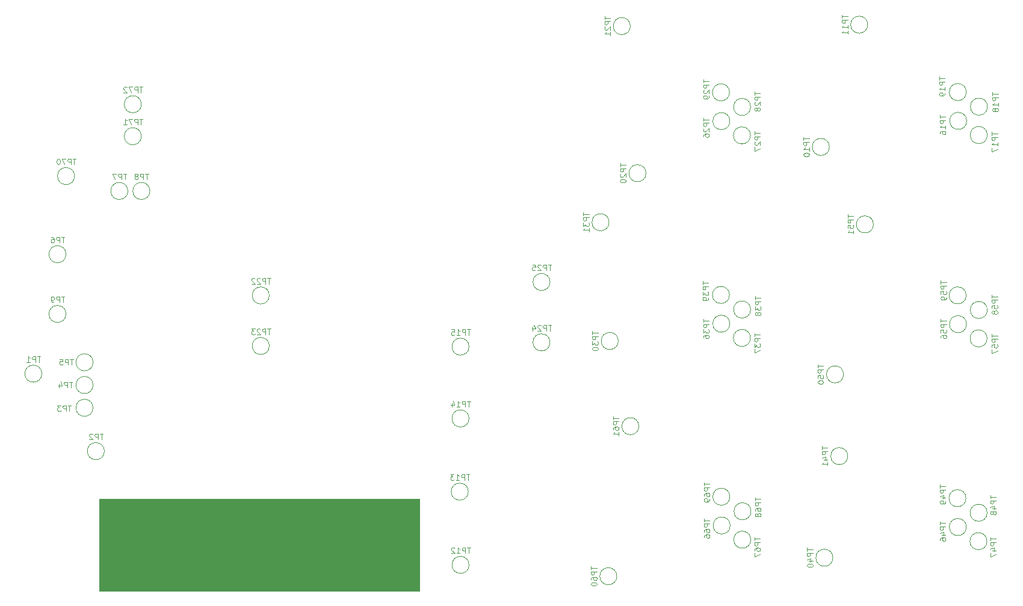
<source format=gbr>
G04 #@! TF.GenerationSoftware,KiCad,Pcbnew,9.0.4*
G04 #@! TF.CreationDate,2025-09-19T17:16:51+02:00*
G04 #@! TF.ProjectId,mobo,6d6f626f-2e6b-4696-9361-645f70636258,REV05*
G04 #@! TF.SameCoordinates,Original*
G04 #@! TF.FileFunction,Legend,Bot*
G04 #@! TF.FilePolarity,Positive*
%FSLAX46Y46*%
G04 Gerber Fmt 4.6, Leading zero omitted, Abs format (unit mm)*
G04 Created by KiCad (PCBNEW 9.0.4) date 2025-09-19 17:16:51*
%MOMM*%
%LPD*%
G01*
G04 APERTURE LIST*
%ADD10C,0.120000*%
G04 APERTURE END LIST*
D10*
X82625000Y-121700000D02*
X127675000Y-121700000D01*
X127675000Y-134650000D01*
X82625000Y-134650000D01*
X82625000Y-121700000D01*
G36*
X82625000Y-121700000D02*
G01*
X127675000Y-121700000D01*
X127675000Y-134650000D01*
X82625000Y-134650000D01*
X82625000Y-121700000D01*
G37*
X78659523Y-108513855D02*
X78202380Y-108513855D01*
X78430952Y-109313855D02*
X78430952Y-108513855D01*
X77935713Y-109313855D02*
X77935713Y-108513855D01*
X77935713Y-108513855D02*
X77630951Y-108513855D01*
X77630951Y-108513855D02*
X77554761Y-108551950D01*
X77554761Y-108551950D02*
X77516666Y-108590045D01*
X77516666Y-108590045D02*
X77478570Y-108666236D01*
X77478570Y-108666236D02*
X77478570Y-108780521D01*
X77478570Y-108780521D02*
X77516666Y-108856712D01*
X77516666Y-108856712D02*
X77554761Y-108894807D01*
X77554761Y-108894807D02*
X77630951Y-108932902D01*
X77630951Y-108932902D02*
X77935713Y-108932902D01*
X77211904Y-108513855D02*
X76716666Y-108513855D01*
X76716666Y-108513855D02*
X76983332Y-108818617D01*
X76983332Y-108818617D02*
X76869047Y-108818617D01*
X76869047Y-108818617D02*
X76792856Y-108856712D01*
X76792856Y-108856712D02*
X76754761Y-108894807D01*
X76754761Y-108894807D02*
X76716666Y-108970998D01*
X76716666Y-108970998D02*
X76716666Y-109161474D01*
X76716666Y-109161474D02*
X76754761Y-109237664D01*
X76754761Y-109237664D02*
X76792856Y-109275760D01*
X76792856Y-109275760D02*
X76869047Y-109313855D01*
X76869047Y-109313855D02*
X77097618Y-109313855D01*
X77097618Y-109313855D02*
X77173809Y-109275760D01*
X77173809Y-109275760D02*
X77211904Y-109237664D01*
X152015855Y-98059523D02*
X152015855Y-98516666D01*
X152815855Y-98288094D02*
X152015855Y-98288094D01*
X152815855Y-98783333D02*
X152015855Y-98783333D01*
X152015855Y-98783333D02*
X152015855Y-99088095D01*
X152015855Y-99088095D02*
X152053950Y-99164285D01*
X152053950Y-99164285D02*
X152092045Y-99202380D01*
X152092045Y-99202380D02*
X152168236Y-99240476D01*
X152168236Y-99240476D02*
X152282521Y-99240476D01*
X152282521Y-99240476D02*
X152358712Y-99202380D01*
X152358712Y-99202380D02*
X152396807Y-99164285D01*
X152396807Y-99164285D02*
X152434902Y-99088095D01*
X152434902Y-99088095D02*
X152434902Y-98783333D01*
X152015855Y-99507142D02*
X152015855Y-100002380D01*
X152015855Y-100002380D02*
X152320617Y-99735714D01*
X152320617Y-99735714D02*
X152320617Y-99849999D01*
X152320617Y-99849999D02*
X152358712Y-99926190D01*
X152358712Y-99926190D02*
X152396807Y-99964285D01*
X152396807Y-99964285D02*
X152472998Y-100002380D01*
X152472998Y-100002380D02*
X152663474Y-100002380D01*
X152663474Y-100002380D02*
X152739664Y-99964285D01*
X152739664Y-99964285D02*
X152777760Y-99926190D01*
X152777760Y-99926190D02*
X152815855Y-99849999D01*
X152815855Y-99849999D02*
X152815855Y-99621428D01*
X152815855Y-99621428D02*
X152777760Y-99545237D01*
X152777760Y-99545237D02*
X152739664Y-99507142D01*
X152015855Y-100497619D02*
X152015855Y-100573809D01*
X152015855Y-100573809D02*
X152053950Y-100650000D01*
X152053950Y-100650000D02*
X152092045Y-100688095D01*
X152092045Y-100688095D02*
X152168236Y-100726190D01*
X152168236Y-100726190D02*
X152320617Y-100764285D01*
X152320617Y-100764285D02*
X152511093Y-100764285D01*
X152511093Y-100764285D02*
X152663474Y-100726190D01*
X152663474Y-100726190D02*
X152739664Y-100688095D01*
X152739664Y-100688095D02*
X152777760Y-100650000D01*
X152777760Y-100650000D02*
X152815855Y-100573809D01*
X152815855Y-100573809D02*
X152815855Y-100497619D01*
X152815855Y-100497619D02*
X152777760Y-100421428D01*
X152777760Y-100421428D02*
X152739664Y-100383333D01*
X152739664Y-100383333D02*
X152663474Y-100345238D01*
X152663474Y-100345238D02*
X152511093Y-100307142D01*
X152511093Y-100307142D02*
X152320617Y-100307142D01*
X152320617Y-100307142D02*
X152168236Y-100345238D01*
X152168236Y-100345238D02*
X152092045Y-100383333D01*
X152092045Y-100383333D02*
X152053950Y-100421428D01*
X152053950Y-100421428D02*
X152015855Y-100497619D01*
X208213855Y-92959523D02*
X208213855Y-93416666D01*
X209013855Y-93188094D02*
X208213855Y-93188094D01*
X209013855Y-93683333D02*
X208213855Y-93683333D01*
X208213855Y-93683333D02*
X208213855Y-93988095D01*
X208213855Y-93988095D02*
X208251950Y-94064285D01*
X208251950Y-94064285D02*
X208290045Y-94102380D01*
X208290045Y-94102380D02*
X208366236Y-94140476D01*
X208366236Y-94140476D02*
X208480521Y-94140476D01*
X208480521Y-94140476D02*
X208556712Y-94102380D01*
X208556712Y-94102380D02*
X208594807Y-94064285D01*
X208594807Y-94064285D02*
X208632902Y-93988095D01*
X208632902Y-93988095D02*
X208632902Y-93683333D01*
X208213855Y-94864285D02*
X208213855Y-94483333D01*
X208213855Y-94483333D02*
X208594807Y-94445237D01*
X208594807Y-94445237D02*
X208556712Y-94483333D01*
X208556712Y-94483333D02*
X208518617Y-94559523D01*
X208518617Y-94559523D02*
X208518617Y-94749999D01*
X208518617Y-94749999D02*
X208556712Y-94826190D01*
X208556712Y-94826190D02*
X208594807Y-94864285D01*
X208594807Y-94864285D02*
X208670998Y-94902380D01*
X208670998Y-94902380D02*
X208861474Y-94902380D01*
X208861474Y-94902380D02*
X208937664Y-94864285D01*
X208937664Y-94864285D02*
X208975760Y-94826190D01*
X208975760Y-94826190D02*
X209013855Y-94749999D01*
X209013855Y-94749999D02*
X209013855Y-94559523D01*
X209013855Y-94559523D02*
X208975760Y-94483333D01*
X208975760Y-94483333D02*
X208937664Y-94445237D01*
X208556712Y-95359523D02*
X208518617Y-95283333D01*
X208518617Y-95283333D02*
X208480521Y-95245238D01*
X208480521Y-95245238D02*
X208404331Y-95207142D01*
X208404331Y-95207142D02*
X208366236Y-95207142D01*
X208366236Y-95207142D02*
X208290045Y-95245238D01*
X208290045Y-95245238D02*
X208251950Y-95283333D01*
X208251950Y-95283333D02*
X208213855Y-95359523D01*
X208213855Y-95359523D02*
X208213855Y-95511904D01*
X208213855Y-95511904D02*
X208251950Y-95588095D01*
X208251950Y-95588095D02*
X208290045Y-95626190D01*
X208290045Y-95626190D02*
X208366236Y-95664285D01*
X208366236Y-95664285D02*
X208404331Y-95664285D01*
X208404331Y-95664285D02*
X208480521Y-95626190D01*
X208480521Y-95626190D02*
X208518617Y-95588095D01*
X208518617Y-95588095D02*
X208556712Y-95511904D01*
X208556712Y-95511904D02*
X208556712Y-95359523D01*
X208556712Y-95359523D02*
X208594807Y-95283333D01*
X208594807Y-95283333D02*
X208632902Y-95245238D01*
X208632902Y-95245238D02*
X208709093Y-95207142D01*
X208709093Y-95207142D02*
X208861474Y-95207142D01*
X208861474Y-95207142D02*
X208937664Y-95245238D01*
X208937664Y-95245238D02*
X208975760Y-95283333D01*
X208975760Y-95283333D02*
X209013855Y-95359523D01*
X209013855Y-95359523D02*
X209013855Y-95511904D01*
X209013855Y-95511904D02*
X208975760Y-95588095D01*
X208975760Y-95588095D02*
X208937664Y-95626190D01*
X208937664Y-95626190D02*
X208861474Y-95664285D01*
X208861474Y-95664285D02*
X208709093Y-95664285D01*
X208709093Y-95664285D02*
X208632902Y-95626190D01*
X208632902Y-95626190D02*
X208594807Y-95588095D01*
X208594807Y-95588095D02*
X208556712Y-95511904D01*
X155915855Y-74459523D02*
X155915855Y-74916666D01*
X156715855Y-74688094D02*
X155915855Y-74688094D01*
X156715855Y-75183333D02*
X155915855Y-75183333D01*
X155915855Y-75183333D02*
X155915855Y-75488095D01*
X155915855Y-75488095D02*
X155953950Y-75564285D01*
X155953950Y-75564285D02*
X155992045Y-75602380D01*
X155992045Y-75602380D02*
X156068236Y-75640476D01*
X156068236Y-75640476D02*
X156182521Y-75640476D01*
X156182521Y-75640476D02*
X156258712Y-75602380D01*
X156258712Y-75602380D02*
X156296807Y-75564285D01*
X156296807Y-75564285D02*
X156334902Y-75488095D01*
X156334902Y-75488095D02*
X156334902Y-75183333D01*
X155992045Y-75945237D02*
X155953950Y-75983333D01*
X155953950Y-75983333D02*
X155915855Y-76059523D01*
X155915855Y-76059523D02*
X155915855Y-76249999D01*
X155915855Y-76249999D02*
X155953950Y-76326190D01*
X155953950Y-76326190D02*
X155992045Y-76364285D01*
X155992045Y-76364285D02*
X156068236Y-76402380D01*
X156068236Y-76402380D02*
X156144426Y-76402380D01*
X156144426Y-76402380D02*
X156258712Y-76364285D01*
X156258712Y-76364285D02*
X156715855Y-75907142D01*
X156715855Y-75907142D02*
X156715855Y-76402380D01*
X155915855Y-76897619D02*
X155915855Y-76973809D01*
X155915855Y-76973809D02*
X155953950Y-77050000D01*
X155953950Y-77050000D02*
X155992045Y-77088095D01*
X155992045Y-77088095D02*
X156068236Y-77126190D01*
X156068236Y-77126190D02*
X156220617Y-77164285D01*
X156220617Y-77164285D02*
X156411093Y-77164285D01*
X156411093Y-77164285D02*
X156563474Y-77126190D01*
X156563474Y-77126190D02*
X156639664Y-77088095D01*
X156639664Y-77088095D02*
X156677760Y-77050000D01*
X156677760Y-77050000D02*
X156715855Y-76973809D01*
X156715855Y-76973809D02*
X156715855Y-76897619D01*
X156715855Y-76897619D02*
X156677760Y-76821428D01*
X156677760Y-76821428D02*
X156639664Y-76783333D01*
X156639664Y-76783333D02*
X156563474Y-76745238D01*
X156563474Y-76745238D02*
X156411093Y-76707142D01*
X156411093Y-76707142D02*
X156220617Y-76707142D01*
X156220617Y-76707142D02*
X156068236Y-76745238D01*
X156068236Y-76745238D02*
X155992045Y-76783333D01*
X155992045Y-76783333D02*
X155953950Y-76821428D01*
X155953950Y-76821428D02*
X155915855Y-76897619D01*
X78959523Y-102013855D02*
X78502380Y-102013855D01*
X78730952Y-102813855D02*
X78730952Y-102013855D01*
X78235713Y-102813855D02*
X78235713Y-102013855D01*
X78235713Y-102013855D02*
X77930951Y-102013855D01*
X77930951Y-102013855D02*
X77854761Y-102051950D01*
X77854761Y-102051950D02*
X77816666Y-102090045D01*
X77816666Y-102090045D02*
X77778570Y-102166236D01*
X77778570Y-102166236D02*
X77778570Y-102280521D01*
X77778570Y-102280521D02*
X77816666Y-102356712D01*
X77816666Y-102356712D02*
X77854761Y-102394807D01*
X77854761Y-102394807D02*
X77930951Y-102432902D01*
X77930951Y-102432902D02*
X78235713Y-102432902D01*
X77054761Y-102013855D02*
X77435713Y-102013855D01*
X77435713Y-102013855D02*
X77473809Y-102394807D01*
X77473809Y-102394807D02*
X77435713Y-102356712D01*
X77435713Y-102356712D02*
X77359523Y-102318617D01*
X77359523Y-102318617D02*
X77169047Y-102318617D01*
X77169047Y-102318617D02*
X77092856Y-102356712D01*
X77092856Y-102356712D02*
X77054761Y-102394807D01*
X77054761Y-102394807D02*
X77016666Y-102470998D01*
X77016666Y-102470998D02*
X77016666Y-102661474D01*
X77016666Y-102661474D02*
X77054761Y-102737664D01*
X77054761Y-102737664D02*
X77092856Y-102775760D01*
X77092856Y-102775760D02*
X77169047Y-102813855D01*
X77169047Y-102813855D02*
X77359523Y-102813855D01*
X77359523Y-102813855D02*
X77435713Y-102775760D01*
X77435713Y-102775760D02*
X77473809Y-102737664D01*
X106740476Y-90615855D02*
X106283333Y-90615855D01*
X106511905Y-91415855D02*
X106511905Y-90615855D01*
X106016666Y-91415855D02*
X106016666Y-90615855D01*
X106016666Y-90615855D02*
X105711904Y-90615855D01*
X105711904Y-90615855D02*
X105635714Y-90653950D01*
X105635714Y-90653950D02*
X105597619Y-90692045D01*
X105597619Y-90692045D02*
X105559523Y-90768236D01*
X105559523Y-90768236D02*
X105559523Y-90882521D01*
X105559523Y-90882521D02*
X105597619Y-90958712D01*
X105597619Y-90958712D02*
X105635714Y-90996807D01*
X105635714Y-90996807D02*
X105711904Y-91034902D01*
X105711904Y-91034902D02*
X106016666Y-91034902D01*
X105254762Y-90692045D02*
X105216666Y-90653950D01*
X105216666Y-90653950D02*
X105140476Y-90615855D01*
X105140476Y-90615855D02*
X104950000Y-90615855D01*
X104950000Y-90615855D02*
X104873809Y-90653950D01*
X104873809Y-90653950D02*
X104835714Y-90692045D01*
X104835714Y-90692045D02*
X104797619Y-90768236D01*
X104797619Y-90768236D02*
X104797619Y-90844426D01*
X104797619Y-90844426D02*
X104835714Y-90958712D01*
X104835714Y-90958712D02*
X105292857Y-91415855D01*
X105292857Y-91415855D02*
X104797619Y-91415855D01*
X104492857Y-90692045D02*
X104454761Y-90653950D01*
X104454761Y-90653950D02*
X104378571Y-90615855D01*
X104378571Y-90615855D02*
X104188095Y-90615855D01*
X104188095Y-90615855D02*
X104111904Y-90653950D01*
X104111904Y-90653950D02*
X104073809Y-90692045D01*
X104073809Y-90692045D02*
X104035714Y-90768236D01*
X104035714Y-90768236D02*
X104035714Y-90844426D01*
X104035714Y-90844426D02*
X104073809Y-90958712D01*
X104073809Y-90958712D02*
X104530952Y-91415855D01*
X104530952Y-91415855D02*
X104035714Y-91415855D01*
X88740476Y-63715855D02*
X88283333Y-63715855D01*
X88511905Y-64515855D02*
X88511905Y-63715855D01*
X88016666Y-64515855D02*
X88016666Y-63715855D01*
X88016666Y-63715855D02*
X87711904Y-63715855D01*
X87711904Y-63715855D02*
X87635714Y-63753950D01*
X87635714Y-63753950D02*
X87597619Y-63792045D01*
X87597619Y-63792045D02*
X87559523Y-63868236D01*
X87559523Y-63868236D02*
X87559523Y-63982521D01*
X87559523Y-63982521D02*
X87597619Y-64058712D01*
X87597619Y-64058712D02*
X87635714Y-64096807D01*
X87635714Y-64096807D02*
X87711904Y-64134902D01*
X87711904Y-64134902D02*
X88016666Y-64134902D01*
X87292857Y-63715855D02*
X86759523Y-63715855D01*
X86759523Y-63715855D02*
X87102381Y-64515855D01*
X86492857Y-63792045D02*
X86454761Y-63753950D01*
X86454761Y-63753950D02*
X86378571Y-63715855D01*
X86378571Y-63715855D02*
X86188095Y-63715855D01*
X86188095Y-63715855D02*
X86111904Y-63753950D01*
X86111904Y-63753950D02*
X86073809Y-63792045D01*
X86073809Y-63792045D02*
X86035714Y-63868236D01*
X86035714Y-63868236D02*
X86035714Y-63944426D01*
X86035714Y-63944426D02*
X86073809Y-64058712D01*
X86073809Y-64058712D02*
X86530952Y-64515855D01*
X86530952Y-64515855D02*
X86035714Y-64515855D01*
X167613855Y-96359523D02*
X167613855Y-96816666D01*
X168413855Y-96588094D02*
X167613855Y-96588094D01*
X168413855Y-97083333D02*
X167613855Y-97083333D01*
X167613855Y-97083333D02*
X167613855Y-97388095D01*
X167613855Y-97388095D02*
X167651950Y-97464285D01*
X167651950Y-97464285D02*
X167690045Y-97502380D01*
X167690045Y-97502380D02*
X167766236Y-97540476D01*
X167766236Y-97540476D02*
X167880521Y-97540476D01*
X167880521Y-97540476D02*
X167956712Y-97502380D01*
X167956712Y-97502380D02*
X167994807Y-97464285D01*
X167994807Y-97464285D02*
X168032902Y-97388095D01*
X168032902Y-97388095D02*
X168032902Y-97083333D01*
X167613855Y-97807142D02*
X167613855Y-98302380D01*
X167613855Y-98302380D02*
X167918617Y-98035714D01*
X167918617Y-98035714D02*
X167918617Y-98149999D01*
X167918617Y-98149999D02*
X167956712Y-98226190D01*
X167956712Y-98226190D02*
X167994807Y-98264285D01*
X167994807Y-98264285D02*
X168070998Y-98302380D01*
X168070998Y-98302380D02*
X168261474Y-98302380D01*
X168261474Y-98302380D02*
X168337664Y-98264285D01*
X168337664Y-98264285D02*
X168375760Y-98226190D01*
X168375760Y-98226190D02*
X168413855Y-98149999D01*
X168413855Y-98149999D02*
X168413855Y-97921428D01*
X168413855Y-97921428D02*
X168375760Y-97845237D01*
X168375760Y-97845237D02*
X168337664Y-97807142D01*
X167613855Y-98988095D02*
X167613855Y-98835714D01*
X167613855Y-98835714D02*
X167651950Y-98759523D01*
X167651950Y-98759523D02*
X167690045Y-98721428D01*
X167690045Y-98721428D02*
X167804331Y-98645238D01*
X167804331Y-98645238D02*
X167956712Y-98607142D01*
X167956712Y-98607142D02*
X168261474Y-98607142D01*
X168261474Y-98607142D02*
X168337664Y-98645238D01*
X168337664Y-98645238D02*
X168375760Y-98683333D01*
X168375760Y-98683333D02*
X168413855Y-98759523D01*
X168413855Y-98759523D02*
X168413855Y-98911904D01*
X168413855Y-98911904D02*
X168375760Y-98988095D01*
X168375760Y-98988095D02*
X168337664Y-99026190D01*
X168337664Y-99026190D02*
X168261474Y-99064285D01*
X168261474Y-99064285D02*
X168070998Y-99064285D01*
X168070998Y-99064285D02*
X167994807Y-99026190D01*
X167994807Y-99026190D02*
X167956712Y-98988095D01*
X167956712Y-98988095D02*
X167918617Y-98911904D01*
X167918617Y-98911904D02*
X167918617Y-98759523D01*
X167918617Y-98759523D02*
X167956712Y-98683333D01*
X167956712Y-98683333D02*
X167994807Y-98645238D01*
X167994807Y-98645238D02*
X168070998Y-98607142D01*
X134740476Y-118215855D02*
X134283333Y-118215855D01*
X134511905Y-119015855D02*
X134511905Y-118215855D01*
X134016666Y-119015855D02*
X134016666Y-118215855D01*
X134016666Y-118215855D02*
X133711904Y-118215855D01*
X133711904Y-118215855D02*
X133635714Y-118253950D01*
X133635714Y-118253950D02*
X133597619Y-118292045D01*
X133597619Y-118292045D02*
X133559523Y-118368236D01*
X133559523Y-118368236D02*
X133559523Y-118482521D01*
X133559523Y-118482521D02*
X133597619Y-118558712D01*
X133597619Y-118558712D02*
X133635714Y-118596807D01*
X133635714Y-118596807D02*
X133711904Y-118634902D01*
X133711904Y-118634902D02*
X134016666Y-118634902D01*
X132797619Y-119015855D02*
X133254762Y-119015855D01*
X133026190Y-119015855D02*
X133026190Y-118215855D01*
X133026190Y-118215855D02*
X133102381Y-118330140D01*
X133102381Y-118330140D02*
X133178571Y-118406331D01*
X133178571Y-118406331D02*
X133254762Y-118444426D01*
X132530952Y-118215855D02*
X132035714Y-118215855D01*
X132035714Y-118215855D02*
X132302380Y-118520617D01*
X132302380Y-118520617D02*
X132188095Y-118520617D01*
X132188095Y-118520617D02*
X132111904Y-118558712D01*
X132111904Y-118558712D02*
X132073809Y-118596807D01*
X132073809Y-118596807D02*
X132035714Y-118672998D01*
X132035714Y-118672998D02*
X132035714Y-118863474D01*
X132035714Y-118863474D02*
X132073809Y-118939664D01*
X132073809Y-118939664D02*
X132111904Y-118977760D01*
X132111904Y-118977760D02*
X132188095Y-119015855D01*
X132188095Y-119015855D02*
X132416666Y-119015855D01*
X132416666Y-119015855D02*
X132492857Y-118977760D01*
X132492857Y-118977760D02*
X132530952Y-118939664D01*
X167713855Y-124459523D02*
X167713855Y-124916666D01*
X168513855Y-124688094D02*
X167713855Y-124688094D01*
X168513855Y-125183333D02*
X167713855Y-125183333D01*
X167713855Y-125183333D02*
X167713855Y-125488095D01*
X167713855Y-125488095D02*
X167751950Y-125564285D01*
X167751950Y-125564285D02*
X167790045Y-125602380D01*
X167790045Y-125602380D02*
X167866236Y-125640476D01*
X167866236Y-125640476D02*
X167980521Y-125640476D01*
X167980521Y-125640476D02*
X168056712Y-125602380D01*
X168056712Y-125602380D02*
X168094807Y-125564285D01*
X168094807Y-125564285D02*
X168132902Y-125488095D01*
X168132902Y-125488095D02*
X168132902Y-125183333D01*
X167713855Y-126326190D02*
X167713855Y-126173809D01*
X167713855Y-126173809D02*
X167751950Y-126097618D01*
X167751950Y-126097618D02*
X167790045Y-126059523D01*
X167790045Y-126059523D02*
X167904331Y-125983333D01*
X167904331Y-125983333D02*
X168056712Y-125945237D01*
X168056712Y-125945237D02*
X168361474Y-125945237D01*
X168361474Y-125945237D02*
X168437664Y-125983333D01*
X168437664Y-125983333D02*
X168475760Y-126021428D01*
X168475760Y-126021428D02*
X168513855Y-126097618D01*
X168513855Y-126097618D02*
X168513855Y-126249999D01*
X168513855Y-126249999D02*
X168475760Y-126326190D01*
X168475760Y-126326190D02*
X168437664Y-126364285D01*
X168437664Y-126364285D02*
X168361474Y-126402380D01*
X168361474Y-126402380D02*
X168170998Y-126402380D01*
X168170998Y-126402380D02*
X168094807Y-126364285D01*
X168094807Y-126364285D02*
X168056712Y-126326190D01*
X168056712Y-126326190D02*
X168018617Y-126249999D01*
X168018617Y-126249999D02*
X168018617Y-126097618D01*
X168018617Y-126097618D02*
X168056712Y-126021428D01*
X168056712Y-126021428D02*
X168094807Y-125983333D01*
X168094807Y-125983333D02*
X168170998Y-125945237D01*
X167713855Y-127088095D02*
X167713855Y-126935714D01*
X167713855Y-126935714D02*
X167751950Y-126859523D01*
X167751950Y-126859523D02*
X167790045Y-126821428D01*
X167790045Y-126821428D02*
X167904331Y-126745238D01*
X167904331Y-126745238D02*
X168056712Y-126707142D01*
X168056712Y-126707142D02*
X168361474Y-126707142D01*
X168361474Y-126707142D02*
X168437664Y-126745238D01*
X168437664Y-126745238D02*
X168475760Y-126783333D01*
X168475760Y-126783333D02*
X168513855Y-126859523D01*
X168513855Y-126859523D02*
X168513855Y-127011904D01*
X168513855Y-127011904D02*
X168475760Y-127088095D01*
X168475760Y-127088095D02*
X168437664Y-127126190D01*
X168437664Y-127126190D02*
X168361474Y-127164285D01*
X168361474Y-127164285D02*
X168170998Y-127164285D01*
X168170998Y-127164285D02*
X168094807Y-127126190D01*
X168094807Y-127126190D02*
X168056712Y-127088095D01*
X168056712Y-127088095D02*
X168018617Y-127011904D01*
X168018617Y-127011904D02*
X168018617Y-126859523D01*
X168018617Y-126859523D02*
X168056712Y-126783333D01*
X168056712Y-126783333D02*
X168094807Y-126745238D01*
X168094807Y-126745238D02*
X168170998Y-126707142D01*
X183715855Y-102759523D02*
X183715855Y-103216666D01*
X184515855Y-102988094D02*
X183715855Y-102988094D01*
X184515855Y-103483333D02*
X183715855Y-103483333D01*
X183715855Y-103483333D02*
X183715855Y-103788095D01*
X183715855Y-103788095D02*
X183753950Y-103864285D01*
X183753950Y-103864285D02*
X183792045Y-103902380D01*
X183792045Y-103902380D02*
X183868236Y-103940476D01*
X183868236Y-103940476D02*
X183982521Y-103940476D01*
X183982521Y-103940476D02*
X184058712Y-103902380D01*
X184058712Y-103902380D02*
X184096807Y-103864285D01*
X184096807Y-103864285D02*
X184134902Y-103788095D01*
X184134902Y-103788095D02*
X184134902Y-103483333D01*
X183715855Y-104664285D02*
X183715855Y-104283333D01*
X183715855Y-104283333D02*
X184096807Y-104245237D01*
X184096807Y-104245237D02*
X184058712Y-104283333D01*
X184058712Y-104283333D02*
X184020617Y-104359523D01*
X184020617Y-104359523D02*
X184020617Y-104549999D01*
X184020617Y-104549999D02*
X184058712Y-104626190D01*
X184058712Y-104626190D02*
X184096807Y-104664285D01*
X184096807Y-104664285D02*
X184172998Y-104702380D01*
X184172998Y-104702380D02*
X184363474Y-104702380D01*
X184363474Y-104702380D02*
X184439664Y-104664285D01*
X184439664Y-104664285D02*
X184477760Y-104626190D01*
X184477760Y-104626190D02*
X184515855Y-104549999D01*
X184515855Y-104549999D02*
X184515855Y-104359523D01*
X184515855Y-104359523D02*
X184477760Y-104283333D01*
X184477760Y-104283333D02*
X184439664Y-104245237D01*
X183715855Y-105197619D02*
X183715855Y-105273809D01*
X183715855Y-105273809D02*
X183753950Y-105350000D01*
X183753950Y-105350000D02*
X183792045Y-105388095D01*
X183792045Y-105388095D02*
X183868236Y-105426190D01*
X183868236Y-105426190D02*
X184020617Y-105464285D01*
X184020617Y-105464285D02*
X184211093Y-105464285D01*
X184211093Y-105464285D02*
X184363474Y-105426190D01*
X184363474Y-105426190D02*
X184439664Y-105388095D01*
X184439664Y-105388095D02*
X184477760Y-105350000D01*
X184477760Y-105350000D02*
X184515855Y-105273809D01*
X184515855Y-105273809D02*
X184515855Y-105197619D01*
X184515855Y-105197619D02*
X184477760Y-105121428D01*
X184477760Y-105121428D02*
X184439664Y-105083333D01*
X184439664Y-105083333D02*
X184363474Y-105045238D01*
X184363474Y-105045238D02*
X184211093Y-105007142D01*
X184211093Y-105007142D02*
X184020617Y-105007142D01*
X184020617Y-105007142D02*
X183868236Y-105045238D01*
X183868236Y-105045238D02*
X183792045Y-105083333D01*
X183792045Y-105083333D02*
X183753950Y-105121428D01*
X183753950Y-105121428D02*
X183715855Y-105197619D01*
X200813855Y-62259523D02*
X200813855Y-62716666D01*
X201613855Y-62488094D02*
X200813855Y-62488094D01*
X201613855Y-62983333D02*
X200813855Y-62983333D01*
X200813855Y-62983333D02*
X200813855Y-63288095D01*
X200813855Y-63288095D02*
X200851950Y-63364285D01*
X200851950Y-63364285D02*
X200890045Y-63402380D01*
X200890045Y-63402380D02*
X200966236Y-63440476D01*
X200966236Y-63440476D02*
X201080521Y-63440476D01*
X201080521Y-63440476D02*
X201156712Y-63402380D01*
X201156712Y-63402380D02*
X201194807Y-63364285D01*
X201194807Y-63364285D02*
X201232902Y-63288095D01*
X201232902Y-63288095D02*
X201232902Y-62983333D01*
X201613855Y-64202380D02*
X201613855Y-63745237D01*
X201613855Y-63973809D02*
X200813855Y-63973809D01*
X200813855Y-63973809D02*
X200928140Y-63897618D01*
X200928140Y-63897618D02*
X201004331Y-63821428D01*
X201004331Y-63821428D02*
X201042426Y-63745237D01*
X201613855Y-64583333D02*
X201613855Y-64735714D01*
X201613855Y-64735714D02*
X201575760Y-64811904D01*
X201575760Y-64811904D02*
X201537664Y-64850000D01*
X201537664Y-64850000D02*
X201423379Y-64926190D01*
X201423379Y-64926190D02*
X201270998Y-64964285D01*
X201270998Y-64964285D02*
X200966236Y-64964285D01*
X200966236Y-64964285D02*
X200890045Y-64926190D01*
X200890045Y-64926190D02*
X200851950Y-64888095D01*
X200851950Y-64888095D02*
X200813855Y-64811904D01*
X200813855Y-64811904D02*
X200813855Y-64659523D01*
X200813855Y-64659523D02*
X200851950Y-64583333D01*
X200851950Y-64583333D02*
X200890045Y-64545238D01*
X200890045Y-64545238D02*
X200966236Y-64507142D01*
X200966236Y-64507142D02*
X201156712Y-64507142D01*
X201156712Y-64507142D02*
X201232902Y-64545238D01*
X201232902Y-64545238D02*
X201270998Y-64583333D01*
X201270998Y-64583333D02*
X201309093Y-64659523D01*
X201309093Y-64659523D02*
X201309093Y-64811904D01*
X201309093Y-64811904D02*
X201270998Y-64888095D01*
X201270998Y-64888095D02*
X201232902Y-64926190D01*
X201232902Y-64926190D02*
X201156712Y-64964285D01*
X77759523Y-93215855D02*
X77302380Y-93215855D01*
X77530952Y-94015855D02*
X77530952Y-93215855D01*
X77035713Y-94015855D02*
X77035713Y-93215855D01*
X77035713Y-93215855D02*
X76730951Y-93215855D01*
X76730951Y-93215855D02*
X76654761Y-93253950D01*
X76654761Y-93253950D02*
X76616666Y-93292045D01*
X76616666Y-93292045D02*
X76578570Y-93368236D01*
X76578570Y-93368236D02*
X76578570Y-93482521D01*
X76578570Y-93482521D02*
X76616666Y-93558712D01*
X76616666Y-93558712D02*
X76654761Y-93596807D01*
X76654761Y-93596807D02*
X76730951Y-93634902D01*
X76730951Y-93634902D02*
X77035713Y-93634902D01*
X76197618Y-94015855D02*
X76045237Y-94015855D01*
X76045237Y-94015855D02*
X75969047Y-93977760D01*
X75969047Y-93977760D02*
X75930951Y-93939664D01*
X75930951Y-93939664D02*
X75854761Y-93825379D01*
X75854761Y-93825379D02*
X75816666Y-93672998D01*
X75816666Y-93672998D02*
X75816666Y-93368236D01*
X75816666Y-93368236D02*
X75854761Y-93292045D01*
X75854761Y-93292045D02*
X75892856Y-93253950D01*
X75892856Y-93253950D02*
X75969047Y-93215855D01*
X75969047Y-93215855D02*
X76121428Y-93215855D01*
X76121428Y-93215855D02*
X76197618Y-93253950D01*
X76197618Y-93253950D02*
X76235713Y-93292045D01*
X76235713Y-93292045D02*
X76273809Y-93368236D01*
X76273809Y-93368236D02*
X76273809Y-93558712D01*
X76273809Y-93558712D02*
X76235713Y-93634902D01*
X76235713Y-93634902D02*
X76197618Y-93672998D01*
X76197618Y-93672998D02*
X76121428Y-93711093D01*
X76121428Y-93711093D02*
X75969047Y-93711093D01*
X75969047Y-93711093D02*
X75892856Y-93672998D01*
X75892856Y-93672998D02*
X75854761Y-93634902D01*
X75854761Y-93634902D02*
X75816666Y-93558712D01*
X208213855Y-70059523D02*
X208213855Y-70516666D01*
X209013855Y-70288094D02*
X208213855Y-70288094D01*
X209013855Y-70783333D02*
X208213855Y-70783333D01*
X208213855Y-70783333D02*
X208213855Y-71088095D01*
X208213855Y-71088095D02*
X208251950Y-71164285D01*
X208251950Y-71164285D02*
X208290045Y-71202380D01*
X208290045Y-71202380D02*
X208366236Y-71240476D01*
X208366236Y-71240476D02*
X208480521Y-71240476D01*
X208480521Y-71240476D02*
X208556712Y-71202380D01*
X208556712Y-71202380D02*
X208594807Y-71164285D01*
X208594807Y-71164285D02*
X208632902Y-71088095D01*
X208632902Y-71088095D02*
X208632902Y-70783333D01*
X209013855Y-72002380D02*
X209013855Y-71545237D01*
X209013855Y-71773809D02*
X208213855Y-71773809D01*
X208213855Y-71773809D02*
X208328140Y-71697618D01*
X208328140Y-71697618D02*
X208404331Y-71621428D01*
X208404331Y-71621428D02*
X208442426Y-71545237D01*
X208213855Y-72269047D02*
X208213855Y-72802381D01*
X208213855Y-72802381D02*
X209013855Y-72459523D01*
X200913855Y-124859523D02*
X200913855Y-125316666D01*
X201713855Y-125088094D02*
X200913855Y-125088094D01*
X201713855Y-125583333D02*
X200913855Y-125583333D01*
X200913855Y-125583333D02*
X200913855Y-125888095D01*
X200913855Y-125888095D02*
X200951950Y-125964285D01*
X200951950Y-125964285D02*
X200990045Y-126002380D01*
X200990045Y-126002380D02*
X201066236Y-126040476D01*
X201066236Y-126040476D02*
X201180521Y-126040476D01*
X201180521Y-126040476D02*
X201256712Y-126002380D01*
X201256712Y-126002380D02*
X201294807Y-125964285D01*
X201294807Y-125964285D02*
X201332902Y-125888095D01*
X201332902Y-125888095D02*
X201332902Y-125583333D01*
X201180521Y-126726190D02*
X201713855Y-126726190D01*
X200875760Y-126535714D02*
X201447188Y-126345237D01*
X201447188Y-126345237D02*
X201447188Y-126840476D01*
X200913855Y-127488095D02*
X200913855Y-127335714D01*
X200913855Y-127335714D02*
X200951950Y-127259523D01*
X200951950Y-127259523D02*
X200990045Y-127221428D01*
X200990045Y-127221428D02*
X201104331Y-127145238D01*
X201104331Y-127145238D02*
X201256712Y-127107142D01*
X201256712Y-127107142D02*
X201561474Y-127107142D01*
X201561474Y-127107142D02*
X201637664Y-127145238D01*
X201637664Y-127145238D02*
X201675760Y-127183333D01*
X201675760Y-127183333D02*
X201713855Y-127259523D01*
X201713855Y-127259523D02*
X201713855Y-127411904D01*
X201713855Y-127411904D02*
X201675760Y-127488095D01*
X201675760Y-127488095D02*
X201637664Y-127526190D01*
X201637664Y-127526190D02*
X201561474Y-127564285D01*
X201561474Y-127564285D02*
X201370998Y-127564285D01*
X201370998Y-127564285D02*
X201294807Y-127526190D01*
X201294807Y-127526190D02*
X201256712Y-127488095D01*
X201256712Y-127488095D02*
X201218617Y-127411904D01*
X201218617Y-127411904D02*
X201218617Y-127259523D01*
X201218617Y-127259523D02*
X201256712Y-127183333D01*
X201256712Y-127183333D02*
X201294807Y-127145238D01*
X201294807Y-127145238D02*
X201370998Y-127107142D01*
X182215855Y-128559523D02*
X182215855Y-129016666D01*
X183015855Y-128788094D02*
X182215855Y-128788094D01*
X183015855Y-129283333D02*
X182215855Y-129283333D01*
X182215855Y-129283333D02*
X182215855Y-129588095D01*
X182215855Y-129588095D02*
X182253950Y-129664285D01*
X182253950Y-129664285D02*
X182292045Y-129702380D01*
X182292045Y-129702380D02*
X182368236Y-129740476D01*
X182368236Y-129740476D02*
X182482521Y-129740476D01*
X182482521Y-129740476D02*
X182558712Y-129702380D01*
X182558712Y-129702380D02*
X182596807Y-129664285D01*
X182596807Y-129664285D02*
X182634902Y-129588095D01*
X182634902Y-129588095D02*
X182634902Y-129283333D01*
X182482521Y-130426190D02*
X183015855Y-130426190D01*
X182177760Y-130235714D02*
X182749188Y-130045237D01*
X182749188Y-130045237D02*
X182749188Y-130540476D01*
X182215855Y-130997619D02*
X182215855Y-131073809D01*
X182215855Y-131073809D02*
X182253950Y-131150000D01*
X182253950Y-131150000D02*
X182292045Y-131188095D01*
X182292045Y-131188095D02*
X182368236Y-131226190D01*
X182368236Y-131226190D02*
X182520617Y-131264285D01*
X182520617Y-131264285D02*
X182711093Y-131264285D01*
X182711093Y-131264285D02*
X182863474Y-131226190D01*
X182863474Y-131226190D02*
X182939664Y-131188095D01*
X182939664Y-131188095D02*
X182977760Y-131150000D01*
X182977760Y-131150000D02*
X183015855Y-131073809D01*
X183015855Y-131073809D02*
X183015855Y-130997619D01*
X183015855Y-130997619D02*
X182977760Y-130921428D01*
X182977760Y-130921428D02*
X182939664Y-130883333D01*
X182939664Y-130883333D02*
X182863474Y-130845238D01*
X182863474Y-130845238D02*
X182711093Y-130807142D01*
X182711093Y-130807142D02*
X182520617Y-130807142D01*
X182520617Y-130807142D02*
X182368236Y-130845238D01*
X182368236Y-130845238D02*
X182292045Y-130883333D01*
X182292045Y-130883333D02*
X182253950Y-130921428D01*
X182253950Y-130921428D02*
X182215855Y-130997619D01*
X134840476Y-97815855D02*
X134383333Y-97815855D01*
X134611905Y-98615855D02*
X134611905Y-97815855D01*
X134116666Y-98615855D02*
X134116666Y-97815855D01*
X134116666Y-97815855D02*
X133811904Y-97815855D01*
X133811904Y-97815855D02*
X133735714Y-97853950D01*
X133735714Y-97853950D02*
X133697619Y-97892045D01*
X133697619Y-97892045D02*
X133659523Y-97968236D01*
X133659523Y-97968236D02*
X133659523Y-98082521D01*
X133659523Y-98082521D02*
X133697619Y-98158712D01*
X133697619Y-98158712D02*
X133735714Y-98196807D01*
X133735714Y-98196807D02*
X133811904Y-98234902D01*
X133811904Y-98234902D02*
X134116666Y-98234902D01*
X132897619Y-98615855D02*
X133354762Y-98615855D01*
X133126190Y-98615855D02*
X133126190Y-97815855D01*
X133126190Y-97815855D02*
X133202381Y-97930140D01*
X133202381Y-97930140D02*
X133278571Y-98006331D01*
X133278571Y-98006331D02*
X133354762Y-98044426D01*
X132173809Y-97815855D02*
X132554761Y-97815855D01*
X132554761Y-97815855D02*
X132592857Y-98196807D01*
X132592857Y-98196807D02*
X132554761Y-98158712D01*
X132554761Y-98158712D02*
X132478571Y-98120617D01*
X132478571Y-98120617D02*
X132288095Y-98120617D01*
X132288095Y-98120617D02*
X132211904Y-98158712D01*
X132211904Y-98158712D02*
X132173809Y-98196807D01*
X132173809Y-98196807D02*
X132135714Y-98272998D01*
X132135714Y-98272998D02*
X132135714Y-98463474D01*
X132135714Y-98463474D02*
X132173809Y-98539664D01*
X132173809Y-98539664D02*
X132211904Y-98577760D01*
X132211904Y-98577760D02*
X132288095Y-98615855D01*
X132288095Y-98615855D02*
X132478571Y-98615855D01*
X132478571Y-98615855D02*
X132554761Y-98577760D01*
X132554761Y-98577760D02*
X132592857Y-98539664D01*
X208213855Y-98459523D02*
X208213855Y-98916666D01*
X209013855Y-98688094D02*
X208213855Y-98688094D01*
X209013855Y-99183333D02*
X208213855Y-99183333D01*
X208213855Y-99183333D02*
X208213855Y-99488095D01*
X208213855Y-99488095D02*
X208251950Y-99564285D01*
X208251950Y-99564285D02*
X208290045Y-99602380D01*
X208290045Y-99602380D02*
X208366236Y-99640476D01*
X208366236Y-99640476D02*
X208480521Y-99640476D01*
X208480521Y-99640476D02*
X208556712Y-99602380D01*
X208556712Y-99602380D02*
X208594807Y-99564285D01*
X208594807Y-99564285D02*
X208632902Y-99488095D01*
X208632902Y-99488095D02*
X208632902Y-99183333D01*
X208213855Y-100364285D02*
X208213855Y-99983333D01*
X208213855Y-99983333D02*
X208594807Y-99945237D01*
X208594807Y-99945237D02*
X208556712Y-99983333D01*
X208556712Y-99983333D02*
X208518617Y-100059523D01*
X208518617Y-100059523D02*
X208518617Y-100249999D01*
X208518617Y-100249999D02*
X208556712Y-100326190D01*
X208556712Y-100326190D02*
X208594807Y-100364285D01*
X208594807Y-100364285D02*
X208670998Y-100402380D01*
X208670998Y-100402380D02*
X208861474Y-100402380D01*
X208861474Y-100402380D02*
X208937664Y-100364285D01*
X208937664Y-100364285D02*
X208975760Y-100326190D01*
X208975760Y-100326190D02*
X209013855Y-100249999D01*
X209013855Y-100249999D02*
X209013855Y-100059523D01*
X209013855Y-100059523D02*
X208975760Y-99983333D01*
X208975760Y-99983333D02*
X208937664Y-99945237D01*
X208213855Y-100669047D02*
X208213855Y-101202381D01*
X208213855Y-101202381D02*
X209013855Y-100859523D01*
X153715855Y-53759523D02*
X153715855Y-54216666D01*
X154515855Y-53988094D02*
X153715855Y-53988094D01*
X154515855Y-54483333D02*
X153715855Y-54483333D01*
X153715855Y-54483333D02*
X153715855Y-54788095D01*
X153715855Y-54788095D02*
X153753950Y-54864285D01*
X153753950Y-54864285D02*
X153792045Y-54902380D01*
X153792045Y-54902380D02*
X153868236Y-54940476D01*
X153868236Y-54940476D02*
X153982521Y-54940476D01*
X153982521Y-54940476D02*
X154058712Y-54902380D01*
X154058712Y-54902380D02*
X154096807Y-54864285D01*
X154096807Y-54864285D02*
X154134902Y-54788095D01*
X154134902Y-54788095D02*
X154134902Y-54483333D01*
X153792045Y-55245237D02*
X153753950Y-55283333D01*
X153753950Y-55283333D02*
X153715855Y-55359523D01*
X153715855Y-55359523D02*
X153715855Y-55549999D01*
X153715855Y-55549999D02*
X153753950Y-55626190D01*
X153753950Y-55626190D02*
X153792045Y-55664285D01*
X153792045Y-55664285D02*
X153868236Y-55702380D01*
X153868236Y-55702380D02*
X153944426Y-55702380D01*
X153944426Y-55702380D02*
X154058712Y-55664285D01*
X154058712Y-55664285D02*
X154515855Y-55207142D01*
X154515855Y-55207142D02*
X154515855Y-55702380D01*
X154515855Y-56464285D02*
X154515855Y-56007142D01*
X154515855Y-56235714D02*
X153715855Y-56235714D01*
X153715855Y-56235714D02*
X153830140Y-56159523D01*
X153830140Y-56159523D02*
X153906331Y-56083333D01*
X153906331Y-56083333D02*
X153944426Y-56007142D01*
X208013855Y-127059523D02*
X208013855Y-127516666D01*
X208813855Y-127288094D02*
X208013855Y-127288094D01*
X208813855Y-127783333D02*
X208013855Y-127783333D01*
X208013855Y-127783333D02*
X208013855Y-128088095D01*
X208013855Y-128088095D02*
X208051950Y-128164285D01*
X208051950Y-128164285D02*
X208090045Y-128202380D01*
X208090045Y-128202380D02*
X208166236Y-128240476D01*
X208166236Y-128240476D02*
X208280521Y-128240476D01*
X208280521Y-128240476D02*
X208356712Y-128202380D01*
X208356712Y-128202380D02*
X208394807Y-128164285D01*
X208394807Y-128164285D02*
X208432902Y-128088095D01*
X208432902Y-128088095D02*
X208432902Y-127783333D01*
X208280521Y-128926190D02*
X208813855Y-128926190D01*
X207975760Y-128735714D02*
X208547188Y-128545237D01*
X208547188Y-128545237D02*
X208547188Y-129040476D01*
X208013855Y-129269047D02*
X208013855Y-129802381D01*
X208013855Y-129802381D02*
X208813855Y-129459523D01*
X208313855Y-64459523D02*
X208313855Y-64916666D01*
X209113855Y-64688094D02*
X208313855Y-64688094D01*
X209113855Y-65183333D02*
X208313855Y-65183333D01*
X208313855Y-65183333D02*
X208313855Y-65488095D01*
X208313855Y-65488095D02*
X208351950Y-65564285D01*
X208351950Y-65564285D02*
X208390045Y-65602380D01*
X208390045Y-65602380D02*
X208466236Y-65640476D01*
X208466236Y-65640476D02*
X208580521Y-65640476D01*
X208580521Y-65640476D02*
X208656712Y-65602380D01*
X208656712Y-65602380D02*
X208694807Y-65564285D01*
X208694807Y-65564285D02*
X208732902Y-65488095D01*
X208732902Y-65488095D02*
X208732902Y-65183333D01*
X209113855Y-66402380D02*
X209113855Y-65945237D01*
X209113855Y-66173809D02*
X208313855Y-66173809D01*
X208313855Y-66173809D02*
X208428140Y-66097618D01*
X208428140Y-66097618D02*
X208504331Y-66021428D01*
X208504331Y-66021428D02*
X208542426Y-65945237D01*
X208656712Y-66859523D02*
X208618617Y-66783333D01*
X208618617Y-66783333D02*
X208580521Y-66745238D01*
X208580521Y-66745238D02*
X208504331Y-66707142D01*
X208504331Y-66707142D02*
X208466236Y-66707142D01*
X208466236Y-66707142D02*
X208390045Y-66745238D01*
X208390045Y-66745238D02*
X208351950Y-66783333D01*
X208351950Y-66783333D02*
X208313855Y-66859523D01*
X208313855Y-66859523D02*
X208313855Y-67011904D01*
X208313855Y-67011904D02*
X208351950Y-67088095D01*
X208351950Y-67088095D02*
X208390045Y-67126190D01*
X208390045Y-67126190D02*
X208466236Y-67164285D01*
X208466236Y-67164285D02*
X208504331Y-67164285D01*
X208504331Y-67164285D02*
X208580521Y-67126190D01*
X208580521Y-67126190D02*
X208618617Y-67088095D01*
X208618617Y-67088095D02*
X208656712Y-67011904D01*
X208656712Y-67011904D02*
X208656712Y-66859523D01*
X208656712Y-66859523D02*
X208694807Y-66783333D01*
X208694807Y-66783333D02*
X208732902Y-66745238D01*
X208732902Y-66745238D02*
X208809093Y-66707142D01*
X208809093Y-66707142D02*
X208961474Y-66707142D01*
X208961474Y-66707142D02*
X209037664Y-66745238D01*
X209037664Y-66745238D02*
X209075760Y-66783333D01*
X209075760Y-66783333D02*
X209113855Y-66859523D01*
X209113855Y-66859523D02*
X209113855Y-67011904D01*
X209113855Y-67011904D02*
X209075760Y-67088095D01*
X209075760Y-67088095D02*
X209037664Y-67126190D01*
X209037664Y-67126190D02*
X208961474Y-67164285D01*
X208961474Y-67164285D02*
X208809093Y-67164285D01*
X208809093Y-67164285D02*
X208732902Y-67126190D01*
X208732902Y-67126190D02*
X208694807Y-67088095D01*
X208694807Y-67088095D02*
X208656712Y-67011904D01*
X150715855Y-81359523D02*
X150715855Y-81816666D01*
X151515855Y-81588094D02*
X150715855Y-81588094D01*
X151515855Y-82083333D02*
X150715855Y-82083333D01*
X150715855Y-82083333D02*
X150715855Y-82388095D01*
X150715855Y-82388095D02*
X150753950Y-82464285D01*
X150753950Y-82464285D02*
X150792045Y-82502380D01*
X150792045Y-82502380D02*
X150868236Y-82540476D01*
X150868236Y-82540476D02*
X150982521Y-82540476D01*
X150982521Y-82540476D02*
X151058712Y-82502380D01*
X151058712Y-82502380D02*
X151096807Y-82464285D01*
X151096807Y-82464285D02*
X151134902Y-82388095D01*
X151134902Y-82388095D02*
X151134902Y-82083333D01*
X150715855Y-82807142D02*
X150715855Y-83302380D01*
X150715855Y-83302380D02*
X151020617Y-83035714D01*
X151020617Y-83035714D02*
X151020617Y-83149999D01*
X151020617Y-83149999D02*
X151058712Y-83226190D01*
X151058712Y-83226190D02*
X151096807Y-83264285D01*
X151096807Y-83264285D02*
X151172998Y-83302380D01*
X151172998Y-83302380D02*
X151363474Y-83302380D01*
X151363474Y-83302380D02*
X151439664Y-83264285D01*
X151439664Y-83264285D02*
X151477760Y-83226190D01*
X151477760Y-83226190D02*
X151515855Y-83149999D01*
X151515855Y-83149999D02*
X151515855Y-82921428D01*
X151515855Y-82921428D02*
X151477760Y-82845237D01*
X151477760Y-82845237D02*
X151439664Y-82807142D01*
X151515855Y-84064285D02*
X151515855Y-83607142D01*
X151515855Y-83835714D02*
X150715855Y-83835714D01*
X150715855Y-83835714D02*
X150830140Y-83759523D01*
X150830140Y-83759523D02*
X150906331Y-83683333D01*
X150906331Y-83683333D02*
X150944426Y-83607142D01*
X146240476Y-88715855D02*
X145783333Y-88715855D01*
X146011905Y-89515855D02*
X146011905Y-88715855D01*
X145516666Y-89515855D02*
X145516666Y-88715855D01*
X145516666Y-88715855D02*
X145211904Y-88715855D01*
X145211904Y-88715855D02*
X145135714Y-88753950D01*
X145135714Y-88753950D02*
X145097619Y-88792045D01*
X145097619Y-88792045D02*
X145059523Y-88868236D01*
X145059523Y-88868236D02*
X145059523Y-88982521D01*
X145059523Y-88982521D02*
X145097619Y-89058712D01*
X145097619Y-89058712D02*
X145135714Y-89096807D01*
X145135714Y-89096807D02*
X145211904Y-89134902D01*
X145211904Y-89134902D02*
X145516666Y-89134902D01*
X144754762Y-88792045D02*
X144716666Y-88753950D01*
X144716666Y-88753950D02*
X144640476Y-88715855D01*
X144640476Y-88715855D02*
X144450000Y-88715855D01*
X144450000Y-88715855D02*
X144373809Y-88753950D01*
X144373809Y-88753950D02*
X144335714Y-88792045D01*
X144335714Y-88792045D02*
X144297619Y-88868236D01*
X144297619Y-88868236D02*
X144297619Y-88944426D01*
X144297619Y-88944426D02*
X144335714Y-89058712D01*
X144335714Y-89058712D02*
X144792857Y-89515855D01*
X144792857Y-89515855D02*
X144297619Y-89515855D01*
X143573809Y-88715855D02*
X143954761Y-88715855D01*
X143954761Y-88715855D02*
X143992857Y-89096807D01*
X143992857Y-89096807D02*
X143954761Y-89058712D01*
X143954761Y-89058712D02*
X143878571Y-89020617D01*
X143878571Y-89020617D02*
X143688095Y-89020617D01*
X143688095Y-89020617D02*
X143611904Y-89058712D01*
X143611904Y-89058712D02*
X143573809Y-89096807D01*
X143573809Y-89096807D02*
X143535714Y-89172998D01*
X143535714Y-89172998D02*
X143535714Y-89363474D01*
X143535714Y-89363474D02*
X143573809Y-89439664D01*
X143573809Y-89439664D02*
X143611904Y-89477760D01*
X143611904Y-89477760D02*
X143688095Y-89515855D01*
X143688095Y-89515855D02*
X143878571Y-89515855D01*
X143878571Y-89515855D02*
X143954761Y-89477760D01*
X143954761Y-89477760D02*
X143992857Y-89439664D01*
X134840476Y-107915855D02*
X134383333Y-107915855D01*
X134611905Y-108715855D02*
X134611905Y-107915855D01*
X134116666Y-108715855D02*
X134116666Y-107915855D01*
X134116666Y-107915855D02*
X133811904Y-107915855D01*
X133811904Y-107915855D02*
X133735714Y-107953950D01*
X133735714Y-107953950D02*
X133697619Y-107992045D01*
X133697619Y-107992045D02*
X133659523Y-108068236D01*
X133659523Y-108068236D02*
X133659523Y-108182521D01*
X133659523Y-108182521D02*
X133697619Y-108258712D01*
X133697619Y-108258712D02*
X133735714Y-108296807D01*
X133735714Y-108296807D02*
X133811904Y-108334902D01*
X133811904Y-108334902D02*
X134116666Y-108334902D01*
X132897619Y-108715855D02*
X133354762Y-108715855D01*
X133126190Y-108715855D02*
X133126190Y-107915855D01*
X133126190Y-107915855D02*
X133202381Y-108030140D01*
X133202381Y-108030140D02*
X133278571Y-108106331D01*
X133278571Y-108106331D02*
X133354762Y-108144426D01*
X132211904Y-108182521D02*
X132211904Y-108715855D01*
X132402380Y-107877760D02*
X132592857Y-108449188D01*
X132592857Y-108449188D02*
X132097618Y-108449188D01*
X174913855Y-121459523D02*
X174913855Y-121916666D01*
X175713855Y-121688094D02*
X174913855Y-121688094D01*
X175713855Y-122183333D02*
X174913855Y-122183333D01*
X174913855Y-122183333D02*
X174913855Y-122488095D01*
X174913855Y-122488095D02*
X174951950Y-122564285D01*
X174951950Y-122564285D02*
X174990045Y-122602380D01*
X174990045Y-122602380D02*
X175066236Y-122640476D01*
X175066236Y-122640476D02*
X175180521Y-122640476D01*
X175180521Y-122640476D02*
X175256712Y-122602380D01*
X175256712Y-122602380D02*
X175294807Y-122564285D01*
X175294807Y-122564285D02*
X175332902Y-122488095D01*
X175332902Y-122488095D02*
X175332902Y-122183333D01*
X174913855Y-123326190D02*
X174913855Y-123173809D01*
X174913855Y-123173809D02*
X174951950Y-123097618D01*
X174951950Y-123097618D02*
X174990045Y-123059523D01*
X174990045Y-123059523D02*
X175104331Y-122983333D01*
X175104331Y-122983333D02*
X175256712Y-122945237D01*
X175256712Y-122945237D02*
X175561474Y-122945237D01*
X175561474Y-122945237D02*
X175637664Y-122983333D01*
X175637664Y-122983333D02*
X175675760Y-123021428D01*
X175675760Y-123021428D02*
X175713855Y-123097618D01*
X175713855Y-123097618D02*
X175713855Y-123249999D01*
X175713855Y-123249999D02*
X175675760Y-123326190D01*
X175675760Y-123326190D02*
X175637664Y-123364285D01*
X175637664Y-123364285D02*
X175561474Y-123402380D01*
X175561474Y-123402380D02*
X175370998Y-123402380D01*
X175370998Y-123402380D02*
X175294807Y-123364285D01*
X175294807Y-123364285D02*
X175256712Y-123326190D01*
X175256712Y-123326190D02*
X175218617Y-123249999D01*
X175218617Y-123249999D02*
X175218617Y-123097618D01*
X175218617Y-123097618D02*
X175256712Y-123021428D01*
X175256712Y-123021428D02*
X175294807Y-122983333D01*
X175294807Y-122983333D02*
X175370998Y-122945237D01*
X175256712Y-123859523D02*
X175218617Y-123783333D01*
X175218617Y-123783333D02*
X175180521Y-123745238D01*
X175180521Y-123745238D02*
X175104331Y-123707142D01*
X175104331Y-123707142D02*
X175066236Y-123707142D01*
X175066236Y-123707142D02*
X174990045Y-123745238D01*
X174990045Y-123745238D02*
X174951950Y-123783333D01*
X174951950Y-123783333D02*
X174913855Y-123859523D01*
X174913855Y-123859523D02*
X174913855Y-124011904D01*
X174913855Y-124011904D02*
X174951950Y-124088095D01*
X174951950Y-124088095D02*
X174990045Y-124126190D01*
X174990045Y-124126190D02*
X175066236Y-124164285D01*
X175066236Y-124164285D02*
X175104331Y-124164285D01*
X175104331Y-124164285D02*
X175180521Y-124126190D01*
X175180521Y-124126190D02*
X175218617Y-124088095D01*
X175218617Y-124088095D02*
X175256712Y-124011904D01*
X175256712Y-124011904D02*
X175256712Y-123859523D01*
X175256712Y-123859523D02*
X175294807Y-123783333D01*
X175294807Y-123783333D02*
X175332902Y-123745238D01*
X175332902Y-123745238D02*
X175409093Y-123707142D01*
X175409093Y-123707142D02*
X175561474Y-123707142D01*
X175561474Y-123707142D02*
X175637664Y-123745238D01*
X175637664Y-123745238D02*
X175675760Y-123783333D01*
X175675760Y-123783333D02*
X175713855Y-123859523D01*
X175713855Y-123859523D02*
X175713855Y-124011904D01*
X175713855Y-124011904D02*
X175675760Y-124088095D01*
X175675760Y-124088095D02*
X175637664Y-124126190D01*
X175637664Y-124126190D02*
X175561474Y-124164285D01*
X175561474Y-124164285D02*
X175409093Y-124164285D01*
X175409093Y-124164285D02*
X175332902Y-124126190D01*
X175332902Y-124126190D02*
X175294807Y-124088095D01*
X175294807Y-124088095D02*
X175256712Y-124011904D01*
X174813855Y-64359523D02*
X174813855Y-64816666D01*
X175613855Y-64588094D02*
X174813855Y-64588094D01*
X175613855Y-65083333D02*
X174813855Y-65083333D01*
X174813855Y-65083333D02*
X174813855Y-65388095D01*
X174813855Y-65388095D02*
X174851950Y-65464285D01*
X174851950Y-65464285D02*
X174890045Y-65502380D01*
X174890045Y-65502380D02*
X174966236Y-65540476D01*
X174966236Y-65540476D02*
X175080521Y-65540476D01*
X175080521Y-65540476D02*
X175156712Y-65502380D01*
X175156712Y-65502380D02*
X175194807Y-65464285D01*
X175194807Y-65464285D02*
X175232902Y-65388095D01*
X175232902Y-65388095D02*
X175232902Y-65083333D01*
X174890045Y-65845237D02*
X174851950Y-65883333D01*
X174851950Y-65883333D02*
X174813855Y-65959523D01*
X174813855Y-65959523D02*
X174813855Y-66149999D01*
X174813855Y-66149999D02*
X174851950Y-66226190D01*
X174851950Y-66226190D02*
X174890045Y-66264285D01*
X174890045Y-66264285D02*
X174966236Y-66302380D01*
X174966236Y-66302380D02*
X175042426Y-66302380D01*
X175042426Y-66302380D02*
X175156712Y-66264285D01*
X175156712Y-66264285D02*
X175613855Y-65807142D01*
X175613855Y-65807142D02*
X175613855Y-66302380D01*
X175156712Y-66759523D02*
X175118617Y-66683333D01*
X175118617Y-66683333D02*
X175080521Y-66645238D01*
X175080521Y-66645238D02*
X175004331Y-66607142D01*
X175004331Y-66607142D02*
X174966236Y-66607142D01*
X174966236Y-66607142D02*
X174890045Y-66645238D01*
X174890045Y-66645238D02*
X174851950Y-66683333D01*
X174851950Y-66683333D02*
X174813855Y-66759523D01*
X174813855Y-66759523D02*
X174813855Y-66911904D01*
X174813855Y-66911904D02*
X174851950Y-66988095D01*
X174851950Y-66988095D02*
X174890045Y-67026190D01*
X174890045Y-67026190D02*
X174966236Y-67064285D01*
X174966236Y-67064285D02*
X175004331Y-67064285D01*
X175004331Y-67064285D02*
X175080521Y-67026190D01*
X175080521Y-67026190D02*
X175118617Y-66988095D01*
X175118617Y-66988095D02*
X175156712Y-66911904D01*
X175156712Y-66911904D02*
X175156712Y-66759523D01*
X175156712Y-66759523D02*
X175194807Y-66683333D01*
X175194807Y-66683333D02*
X175232902Y-66645238D01*
X175232902Y-66645238D02*
X175309093Y-66607142D01*
X175309093Y-66607142D02*
X175461474Y-66607142D01*
X175461474Y-66607142D02*
X175537664Y-66645238D01*
X175537664Y-66645238D02*
X175575760Y-66683333D01*
X175575760Y-66683333D02*
X175613855Y-66759523D01*
X175613855Y-66759523D02*
X175613855Y-66911904D01*
X175613855Y-66911904D02*
X175575760Y-66988095D01*
X175575760Y-66988095D02*
X175537664Y-67026190D01*
X175537664Y-67026190D02*
X175461474Y-67064285D01*
X175461474Y-67064285D02*
X175309093Y-67064285D01*
X175309093Y-67064285D02*
X175232902Y-67026190D01*
X175232902Y-67026190D02*
X175194807Y-66988095D01*
X175194807Y-66988095D02*
X175156712Y-66911904D01*
X201013855Y-96359523D02*
X201013855Y-96816666D01*
X201813855Y-96588094D02*
X201013855Y-96588094D01*
X201813855Y-97083333D02*
X201013855Y-97083333D01*
X201013855Y-97083333D02*
X201013855Y-97388095D01*
X201013855Y-97388095D02*
X201051950Y-97464285D01*
X201051950Y-97464285D02*
X201090045Y-97502380D01*
X201090045Y-97502380D02*
X201166236Y-97540476D01*
X201166236Y-97540476D02*
X201280521Y-97540476D01*
X201280521Y-97540476D02*
X201356712Y-97502380D01*
X201356712Y-97502380D02*
X201394807Y-97464285D01*
X201394807Y-97464285D02*
X201432902Y-97388095D01*
X201432902Y-97388095D02*
X201432902Y-97083333D01*
X201013855Y-98264285D02*
X201013855Y-97883333D01*
X201013855Y-97883333D02*
X201394807Y-97845237D01*
X201394807Y-97845237D02*
X201356712Y-97883333D01*
X201356712Y-97883333D02*
X201318617Y-97959523D01*
X201318617Y-97959523D02*
X201318617Y-98149999D01*
X201318617Y-98149999D02*
X201356712Y-98226190D01*
X201356712Y-98226190D02*
X201394807Y-98264285D01*
X201394807Y-98264285D02*
X201470998Y-98302380D01*
X201470998Y-98302380D02*
X201661474Y-98302380D01*
X201661474Y-98302380D02*
X201737664Y-98264285D01*
X201737664Y-98264285D02*
X201775760Y-98226190D01*
X201775760Y-98226190D02*
X201813855Y-98149999D01*
X201813855Y-98149999D02*
X201813855Y-97959523D01*
X201813855Y-97959523D02*
X201775760Y-97883333D01*
X201775760Y-97883333D02*
X201737664Y-97845237D01*
X201013855Y-98988095D02*
X201013855Y-98835714D01*
X201013855Y-98835714D02*
X201051950Y-98759523D01*
X201051950Y-98759523D02*
X201090045Y-98721428D01*
X201090045Y-98721428D02*
X201204331Y-98645238D01*
X201204331Y-98645238D02*
X201356712Y-98607142D01*
X201356712Y-98607142D02*
X201661474Y-98607142D01*
X201661474Y-98607142D02*
X201737664Y-98645238D01*
X201737664Y-98645238D02*
X201775760Y-98683333D01*
X201775760Y-98683333D02*
X201813855Y-98759523D01*
X201813855Y-98759523D02*
X201813855Y-98911904D01*
X201813855Y-98911904D02*
X201775760Y-98988095D01*
X201775760Y-98988095D02*
X201737664Y-99026190D01*
X201737664Y-99026190D02*
X201661474Y-99064285D01*
X201661474Y-99064285D02*
X201470998Y-99064285D01*
X201470998Y-99064285D02*
X201394807Y-99026190D01*
X201394807Y-99026190D02*
X201356712Y-98988095D01*
X201356712Y-98988095D02*
X201318617Y-98911904D01*
X201318617Y-98911904D02*
X201318617Y-98759523D01*
X201318617Y-98759523D02*
X201356712Y-98683333D01*
X201356712Y-98683333D02*
X201394807Y-98645238D01*
X201394807Y-98645238D02*
X201470998Y-98607142D01*
X167713855Y-119359523D02*
X167713855Y-119816666D01*
X168513855Y-119588094D02*
X167713855Y-119588094D01*
X168513855Y-120083333D02*
X167713855Y-120083333D01*
X167713855Y-120083333D02*
X167713855Y-120388095D01*
X167713855Y-120388095D02*
X167751950Y-120464285D01*
X167751950Y-120464285D02*
X167790045Y-120502380D01*
X167790045Y-120502380D02*
X167866236Y-120540476D01*
X167866236Y-120540476D02*
X167980521Y-120540476D01*
X167980521Y-120540476D02*
X168056712Y-120502380D01*
X168056712Y-120502380D02*
X168094807Y-120464285D01*
X168094807Y-120464285D02*
X168132902Y-120388095D01*
X168132902Y-120388095D02*
X168132902Y-120083333D01*
X167713855Y-121226190D02*
X167713855Y-121073809D01*
X167713855Y-121073809D02*
X167751950Y-120997618D01*
X167751950Y-120997618D02*
X167790045Y-120959523D01*
X167790045Y-120959523D02*
X167904331Y-120883333D01*
X167904331Y-120883333D02*
X168056712Y-120845237D01*
X168056712Y-120845237D02*
X168361474Y-120845237D01*
X168361474Y-120845237D02*
X168437664Y-120883333D01*
X168437664Y-120883333D02*
X168475760Y-120921428D01*
X168475760Y-120921428D02*
X168513855Y-120997618D01*
X168513855Y-120997618D02*
X168513855Y-121149999D01*
X168513855Y-121149999D02*
X168475760Y-121226190D01*
X168475760Y-121226190D02*
X168437664Y-121264285D01*
X168437664Y-121264285D02*
X168361474Y-121302380D01*
X168361474Y-121302380D02*
X168170998Y-121302380D01*
X168170998Y-121302380D02*
X168094807Y-121264285D01*
X168094807Y-121264285D02*
X168056712Y-121226190D01*
X168056712Y-121226190D02*
X168018617Y-121149999D01*
X168018617Y-121149999D02*
X168018617Y-120997618D01*
X168018617Y-120997618D02*
X168056712Y-120921428D01*
X168056712Y-120921428D02*
X168094807Y-120883333D01*
X168094807Y-120883333D02*
X168170998Y-120845237D01*
X168513855Y-121683333D02*
X168513855Y-121835714D01*
X168513855Y-121835714D02*
X168475760Y-121911904D01*
X168475760Y-121911904D02*
X168437664Y-121950000D01*
X168437664Y-121950000D02*
X168323379Y-122026190D01*
X168323379Y-122026190D02*
X168170998Y-122064285D01*
X168170998Y-122064285D02*
X167866236Y-122064285D01*
X167866236Y-122064285D02*
X167790045Y-122026190D01*
X167790045Y-122026190D02*
X167751950Y-121988095D01*
X167751950Y-121988095D02*
X167713855Y-121911904D01*
X167713855Y-121911904D02*
X167713855Y-121759523D01*
X167713855Y-121759523D02*
X167751950Y-121683333D01*
X167751950Y-121683333D02*
X167790045Y-121645238D01*
X167790045Y-121645238D02*
X167866236Y-121607142D01*
X167866236Y-121607142D02*
X168056712Y-121607142D01*
X168056712Y-121607142D02*
X168132902Y-121645238D01*
X168132902Y-121645238D02*
X168170998Y-121683333D01*
X168170998Y-121683333D02*
X168209093Y-121759523D01*
X168209093Y-121759523D02*
X168209093Y-121911904D01*
X168209093Y-121911904D02*
X168170998Y-121988095D01*
X168170998Y-121988095D02*
X168132902Y-122026190D01*
X168132902Y-122026190D02*
X168056712Y-122064285D01*
X174813855Y-127059523D02*
X174813855Y-127516666D01*
X175613855Y-127288094D02*
X174813855Y-127288094D01*
X175613855Y-127783333D02*
X174813855Y-127783333D01*
X174813855Y-127783333D02*
X174813855Y-128088095D01*
X174813855Y-128088095D02*
X174851950Y-128164285D01*
X174851950Y-128164285D02*
X174890045Y-128202380D01*
X174890045Y-128202380D02*
X174966236Y-128240476D01*
X174966236Y-128240476D02*
X175080521Y-128240476D01*
X175080521Y-128240476D02*
X175156712Y-128202380D01*
X175156712Y-128202380D02*
X175194807Y-128164285D01*
X175194807Y-128164285D02*
X175232902Y-128088095D01*
X175232902Y-128088095D02*
X175232902Y-127783333D01*
X174813855Y-128926190D02*
X174813855Y-128773809D01*
X174813855Y-128773809D02*
X174851950Y-128697618D01*
X174851950Y-128697618D02*
X174890045Y-128659523D01*
X174890045Y-128659523D02*
X175004331Y-128583333D01*
X175004331Y-128583333D02*
X175156712Y-128545237D01*
X175156712Y-128545237D02*
X175461474Y-128545237D01*
X175461474Y-128545237D02*
X175537664Y-128583333D01*
X175537664Y-128583333D02*
X175575760Y-128621428D01*
X175575760Y-128621428D02*
X175613855Y-128697618D01*
X175613855Y-128697618D02*
X175613855Y-128849999D01*
X175613855Y-128849999D02*
X175575760Y-128926190D01*
X175575760Y-128926190D02*
X175537664Y-128964285D01*
X175537664Y-128964285D02*
X175461474Y-129002380D01*
X175461474Y-129002380D02*
X175270998Y-129002380D01*
X175270998Y-129002380D02*
X175194807Y-128964285D01*
X175194807Y-128964285D02*
X175156712Y-128926190D01*
X175156712Y-128926190D02*
X175118617Y-128849999D01*
X175118617Y-128849999D02*
X175118617Y-128697618D01*
X175118617Y-128697618D02*
X175156712Y-128621428D01*
X175156712Y-128621428D02*
X175194807Y-128583333D01*
X175194807Y-128583333D02*
X175270998Y-128545237D01*
X174813855Y-129269047D02*
X174813855Y-129802381D01*
X174813855Y-129802381D02*
X175613855Y-129459523D01*
X167613855Y-68059523D02*
X167613855Y-68516666D01*
X168413855Y-68288094D02*
X167613855Y-68288094D01*
X168413855Y-68783333D02*
X167613855Y-68783333D01*
X167613855Y-68783333D02*
X167613855Y-69088095D01*
X167613855Y-69088095D02*
X167651950Y-69164285D01*
X167651950Y-69164285D02*
X167690045Y-69202380D01*
X167690045Y-69202380D02*
X167766236Y-69240476D01*
X167766236Y-69240476D02*
X167880521Y-69240476D01*
X167880521Y-69240476D02*
X167956712Y-69202380D01*
X167956712Y-69202380D02*
X167994807Y-69164285D01*
X167994807Y-69164285D02*
X168032902Y-69088095D01*
X168032902Y-69088095D02*
X168032902Y-68783333D01*
X167690045Y-69545237D02*
X167651950Y-69583333D01*
X167651950Y-69583333D02*
X167613855Y-69659523D01*
X167613855Y-69659523D02*
X167613855Y-69849999D01*
X167613855Y-69849999D02*
X167651950Y-69926190D01*
X167651950Y-69926190D02*
X167690045Y-69964285D01*
X167690045Y-69964285D02*
X167766236Y-70002380D01*
X167766236Y-70002380D02*
X167842426Y-70002380D01*
X167842426Y-70002380D02*
X167956712Y-69964285D01*
X167956712Y-69964285D02*
X168413855Y-69507142D01*
X168413855Y-69507142D02*
X168413855Y-70002380D01*
X167613855Y-70688095D02*
X167613855Y-70535714D01*
X167613855Y-70535714D02*
X167651950Y-70459523D01*
X167651950Y-70459523D02*
X167690045Y-70421428D01*
X167690045Y-70421428D02*
X167804331Y-70345238D01*
X167804331Y-70345238D02*
X167956712Y-70307142D01*
X167956712Y-70307142D02*
X168261474Y-70307142D01*
X168261474Y-70307142D02*
X168337664Y-70345238D01*
X168337664Y-70345238D02*
X168375760Y-70383333D01*
X168375760Y-70383333D02*
X168413855Y-70459523D01*
X168413855Y-70459523D02*
X168413855Y-70611904D01*
X168413855Y-70611904D02*
X168375760Y-70688095D01*
X168375760Y-70688095D02*
X168337664Y-70726190D01*
X168337664Y-70726190D02*
X168261474Y-70764285D01*
X168261474Y-70764285D02*
X168070998Y-70764285D01*
X168070998Y-70764285D02*
X167994807Y-70726190D01*
X167994807Y-70726190D02*
X167956712Y-70688095D01*
X167956712Y-70688095D02*
X167918617Y-70611904D01*
X167918617Y-70611904D02*
X167918617Y-70459523D01*
X167918617Y-70459523D02*
X167956712Y-70383333D01*
X167956712Y-70383333D02*
X167994807Y-70345238D01*
X167994807Y-70345238D02*
X168070998Y-70307142D01*
X174813855Y-69959523D02*
X174813855Y-70416666D01*
X175613855Y-70188094D02*
X174813855Y-70188094D01*
X175613855Y-70683333D02*
X174813855Y-70683333D01*
X174813855Y-70683333D02*
X174813855Y-70988095D01*
X174813855Y-70988095D02*
X174851950Y-71064285D01*
X174851950Y-71064285D02*
X174890045Y-71102380D01*
X174890045Y-71102380D02*
X174966236Y-71140476D01*
X174966236Y-71140476D02*
X175080521Y-71140476D01*
X175080521Y-71140476D02*
X175156712Y-71102380D01*
X175156712Y-71102380D02*
X175194807Y-71064285D01*
X175194807Y-71064285D02*
X175232902Y-70988095D01*
X175232902Y-70988095D02*
X175232902Y-70683333D01*
X174890045Y-71445237D02*
X174851950Y-71483333D01*
X174851950Y-71483333D02*
X174813855Y-71559523D01*
X174813855Y-71559523D02*
X174813855Y-71749999D01*
X174813855Y-71749999D02*
X174851950Y-71826190D01*
X174851950Y-71826190D02*
X174890045Y-71864285D01*
X174890045Y-71864285D02*
X174966236Y-71902380D01*
X174966236Y-71902380D02*
X175042426Y-71902380D01*
X175042426Y-71902380D02*
X175156712Y-71864285D01*
X175156712Y-71864285D02*
X175613855Y-71407142D01*
X175613855Y-71407142D02*
X175613855Y-71902380D01*
X174813855Y-72169047D02*
X174813855Y-72702381D01*
X174813855Y-72702381D02*
X175613855Y-72359523D01*
X83159523Y-112515855D02*
X82702380Y-112515855D01*
X82930952Y-113315855D02*
X82930952Y-112515855D01*
X82435713Y-113315855D02*
X82435713Y-112515855D01*
X82435713Y-112515855D02*
X82130951Y-112515855D01*
X82130951Y-112515855D02*
X82054761Y-112553950D01*
X82054761Y-112553950D02*
X82016666Y-112592045D01*
X82016666Y-112592045D02*
X81978570Y-112668236D01*
X81978570Y-112668236D02*
X81978570Y-112782521D01*
X81978570Y-112782521D02*
X82016666Y-112858712D01*
X82016666Y-112858712D02*
X82054761Y-112896807D01*
X82054761Y-112896807D02*
X82130951Y-112934902D01*
X82130951Y-112934902D02*
X82435713Y-112934902D01*
X81673809Y-112592045D02*
X81635713Y-112553950D01*
X81635713Y-112553950D02*
X81559523Y-112515855D01*
X81559523Y-112515855D02*
X81369047Y-112515855D01*
X81369047Y-112515855D02*
X81292856Y-112553950D01*
X81292856Y-112553950D02*
X81254761Y-112592045D01*
X81254761Y-112592045D02*
X81216666Y-112668236D01*
X81216666Y-112668236D02*
X81216666Y-112744426D01*
X81216666Y-112744426D02*
X81254761Y-112858712D01*
X81254761Y-112858712D02*
X81711904Y-113315855D01*
X81711904Y-113315855D02*
X81216666Y-113315855D01*
X167513855Y-91059523D02*
X167513855Y-91516666D01*
X168313855Y-91288094D02*
X167513855Y-91288094D01*
X168313855Y-91783333D02*
X167513855Y-91783333D01*
X167513855Y-91783333D02*
X167513855Y-92088095D01*
X167513855Y-92088095D02*
X167551950Y-92164285D01*
X167551950Y-92164285D02*
X167590045Y-92202380D01*
X167590045Y-92202380D02*
X167666236Y-92240476D01*
X167666236Y-92240476D02*
X167780521Y-92240476D01*
X167780521Y-92240476D02*
X167856712Y-92202380D01*
X167856712Y-92202380D02*
X167894807Y-92164285D01*
X167894807Y-92164285D02*
X167932902Y-92088095D01*
X167932902Y-92088095D02*
X167932902Y-91783333D01*
X167513855Y-92507142D02*
X167513855Y-93002380D01*
X167513855Y-93002380D02*
X167818617Y-92735714D01*
X167818617Y-92735714D02*
X167818617Y-92849999D01*
X167818617Y-92849999D02*
X167856712Y-92926190D01*
X167856712Y-92926190D02*
X167894807Y-92964285D01*
X167894807Y-92964285D02*
X167970998Y-93002380D01*
X167970998Y-93002380D02*
X168161474Y-93002380D01*
X168161474Y-93002380D02*
X168237664Y-92964285D01*
X168237664Y-92964285D02*
X168275760Y-92926190D01*
X168275760Y-92926190D02*
X168313855Y-92849999D01*
X168313855Y-92849999D02*
X168313855Y-92621428D01*
X168313855Y-92621428D02*
X168275760Y-92545237D01*
X168275760Y-92545237D02*
X168237664Y-92507142D01*
X168313855Y-93383333D02*
X168313855Y-93535714D01*
X168313855Y-93535714D02*
X168275760Y-93611904D01*
X168275760Y-93611904D02*
X168237664Y-93650000D01*
X168237664Y-93650000D02*
X168123379Y-93726190D01*
X168123379Y-93726190D02*
X167970998Y-93764285D01*
X167970998Y-93764285D02*
X167666236Y-93764285D01*
X167666236Y-93764285D02*
X167590045Y-93726190D01*
X167590045Y-93726190D02*
X167551950Y-93688095D01*
X167551950Y-93688095D02*
X167513855Y-93611904D01*
X167513855Y-93611904D02*
X167513855Y-93459523D01*
X167513855Y-93459523D02*
X167551950Y-93383333D01*
X167551950Y-93383333D02*
X167590045Y-93345238D01*
X167590045Y-93345238D02*
X167666236Y-93307142D01*
X167666236Y-93307142D02*
X167856712Y-93307142D01*
X167856712Y-93307142D02*
X167932902Y-93345238D01*
X167932902Y-93345238D02*
X167970998Y-93383333D01*
X167970998Y-93383333D02*
X168009093Y-93459523D01*
X168009093Y-93459523D02*
X168009093Y-93611904D01*
X168009093Y-93611904D02*
X167970998Y-93688095D01*
X167970998Y-93688095D02*
X167932902Y-93726190D01*
X167932902Y-93726190D02*
X167856712Y-93764285D01*
X134840476Y-128515855D02*
X134383333Y-128515855D01*
X134611905Y-129315855D02*
X134611905Y-128515855D01*
X134116666Y-129315855D02*
X134116666Y-128515855D01*
X134116666Y-128515855D02*
X133811904Y-128515855D01*
X133811904Y-128515855D02*
X133735714Y-128553950D01*
X133735714Y-128553950D02*
X133697619Y-128592045D01*
X133697619Y-128592045D02*
X133659523Y-128668236D01*
X133659523Y-128668236D02*
X133659523Y-128782521D01*
X133659523Y-128782521D02*
X133697619Y-128858712D01*
X133697619Y-128858712D02*
X133735714Y-128896807D01*
X133735714Y-128896807D02*
X133811904Y-128934902D01*
X133811904Y-128934902D02*
X134116666Y-128934902D01*
X132897619Y-129315855D02*
X133354762Y-129315855D01*
X133126190Y-129315855D02*
X133126190Y-128515855D01*
X133126190Y-128515855D02*
X133202381Y-128630140D01*
X133202381Y-128630140D02*
X133278571Y-128706331D01*
X133278571Y-128706331D02*
X133354762Y-128744426D01*
X132592857Y-128592045D02*
X132554761Y-128553950D01*
X132554761Y-128553950D02*
X132478571Y-128515855D01*
X132478571Y-128515855D02*
X132288095Y-128515855D01*
X132288095Y-128515855D02*
X132211904Y-128553950D01*
X132211904Y-128553950D02*
X132173809Y-128592045D01*
X132173809Y-128592045D02*
X132135714Y-128668236D01*
X132135714Y-128668236D02*
X132135714Y-128744426D01*
X132135714Y-128744426D02*
X132173809Y-128858712D01*
X132173809Y-128858712D02*
X132630952Y-129315855D01*
X132630952Y-129315855D02*
X132135714Y-129315855D01*
X167613855Y-62659523D02*
X167613855Y-63116666D01*
X168413855Y-62888094D02*
X167613855Y-62888094D01*
X168413855Y-63383333D02*
X167613855Y-63383333D01*
X167613855Y-63383333D02*
X167613855Y-63688095D01*
X167613855Y-63688095D02*
X167651950Y-63764285D01*
X167651950Y-63764285D02*
X167690045Y-63802380D01*
X167690045Y-63802380D02*
X167766236Y-63840476D01*
X167766236Y-63840476D02*
X167880521Y-63840476D01*
X167880521Y-63840476D02*
X167956712Y-63802380D01*
X167956712Y-63802380D02*
X167994807Y-63764285D01*
X167994807Y-63764285D02*
X168032902Y-63688095D01*
X168032902Y-63688095D02*
X168032902Y-63383333D01*
X167690045Y-64145237D02*
X167651950Y-64183333D01*
X167651950Y-64183333D02*
X167613855Y-64259523D01*
X167613855Y-64259523D02*
X167613855Y-64449999D01*
X167613855Y-64449999D02*
X167651950Y-64526190D01*
X167651950Y-64526190D02*
X167690045Y-64564285D01*
X167690045Y-64564285D02*
X167766236Y-64602380D01*
X167766236Y-64602380D02*
X167842426Y-64602380D01*
X167842426Y-64602380D02*
X167956712Y-64564285D01*
X167956712Y-64564285D02*
X168413855Y-64107142D01*
X168413855Y-64107142D02*
X168413855Y-64602380D01*
X168413855Y-64983333D02*
X168413855Y-65135714D01*
X168413855Y-65135714D02*
X168375760Y-65211904D01*
X168375760Y-65211904D02*
X168337664Y-65250000D01*
X168337664Y-65250000D02*
X168223379Y-65326190D01*
X168223379Y-65326190D02*
X168070998Y-65364285D01*
X168070998Y-65364285D02*
X167766236Y-65364285D01*
X167766236Y-65364285D02*
X167690045Y-65326190D01*
X167690045Y-65326190D02*
X167651950Y-65288095D01*
X167651950Y-65288095D02*
X167613855Y-65211904D01*
X167613855Y-65211904D02*
X167613855Y-65059523D01*
X167613855Y-65059523D02*
X167651950Y-64983333D01*
X167651950Y-64983333D02*
X167690045Y-64945238D01*
X167690045Y-64945238D02*
X167766236Y-64907142D01*
X167766236Y-64907142D02*
X167956712Y-64907142D01*
X167956712Y-64907142D02*
X168032902Y-64945238D01*
X168032902Y-64945238D02*
X168070998Y-64983333D01*
X168070998Y-64983333D02*
X168109093Y-65059523D01*
X168109093Y-65059523D02*
X168109093Y-65211904D01*
X168109093Y-65211904D02*
X168070998Y-65288095D01*
X168070998Y-65288095D02*
X168032902Y-65326190D01*
X168032902Y-65326190D02*
X167956712Y-65364285D01*
X151815855Y-131159523D02*
X151815855Y-131616666D01*
X152615855Y-131388094D02*
X151815855Y-131388094D01*
X152615855Y-131883333D02*
X151815855Y-131883333D01*
X151815855Y-131883333D02*
X151815855Y-132188095D01*
X151815855Y-132188095D02*
X151853950Y-132264285D01*
X151853950Y-132264285D02*
X151892045Y-132302380D01*
X151892045Y-132302380D02*
X151968236Y-132340476D01*
X151968236Y-132340476D02*
X152082521Y-132340476D01*
X152082521Y-132340476D02*
X152158712Y-132302380D01*
X152158712Y-132302380D02*
X152196807Y-132264285D01*
X152196807Y-132264285D02*
X152234902Y-132188095D01*
X152234902Y-132188095D02*
X152234902Y-131883333D01*
X151815855Y-133026190D02*
X151815855Y-132873809D01*
X151815855Y-132873809D02*
X151853950Y-132797618D01*
X151853950Y-132797618D02*
X151892045Y-132759523D01*
X151892045Y-132759523D02*
X152006331Y-132683333D01*
X152006331Y-132683333D02*
X152158712Y-132645237D01*
X152158712Y-132645237D02*
X152463474Y-132645237D01*
X152463474Y-132645237D02*
X152539664Y-132683333D01*
X152539664Y-132683333D02*
X152577760Y-132721428D01*
X152577760Y-132721428D02*
X152615855Y-132797618D01*
X152615855Y-132797618D02*
X152615855Y-132949999D01*
X152615855Y-132949999D02*
X152577760Y-133026190D01*
X152577760Y-133026190D02*
X152539664Y-133064285D01*
X152539664Y-133064285D02*
X152463474Y-133102380D01*
X152463474Y-133102380D02*
X152272998Y-133102380D01*
X152272998Y-133102380D02*
X152196807Y-133064285D01*
X152196807Y-133064285D02*
X152158712Y-133026190D01*
X152158712Y-133026190D02*
X152120617Y-132949999D01*
X152120617Y-132949999D02*
X152120617Y-132797618D01*
X152120617Y-132797618D02*
X152158712Y-132721428D01*
X152158712Y-132721428D02*
X152196807Y-132683333D01*
X152196807Y-132683333D02*
X152272998Y-132645237D01*
X151815855Y-133597619D02*
X151815855Y-133673809D01*
X151815855Y-133673809D02*
X151853950Y-133750000D01*
X151853950Y-133750000D02*
X151892045Y-133788095D01*
X151892045Y-133788095D02*
X151968236Y-133826190D01*
X151968236Y-133826190D02*
X152120617Y-133864285D01*
X152120617Y-133864285D02*
X152311093Y-133864285D01*
X152311093Y-133864285D02*
X152463474Y-133826190D01*
X152463474Y-133826190D02*
X152539664Y-133788095D01*
X152539664Y-133788095D02*
X152577760Y-133750000D01*
X152577760Y-133750000D02*
X152615855Y-133673809D01*
X152615855Y-133673809D02*
X152615855Y-133597619D01*
X152615855Y-133597619D02*
X152577760Y-133521428D01*
X152577760Y-133521428D02*
X152539664Y-133483333D01*
X152539664Y-133483333D02*
X152463474Y-133445238D01*
X152463474Y-133445238D02*
X152311093Y-133407142D01*
X152311093Y-133407142D02*
X152120617Y-133407142D01*
X152120617Y-133407142D02*
X151968236Y-133445238D01*
X151968236Y-133445238D02*
X151892045Y-133483333D01*
X151892045Y-133483333D02*
X151853950Y-133521428D01*
X151853950Y-133521428D02*
X151815855Y-133597619D01*
X88740476Y-68215855D02*
X88283333Y-68215855D01*
X88511905Y-69015855D02*
X88511905Y-68215855D01*
X88016666Y-69015855D02*
X88016666Y-68215855D01*
X88016666Y-68215855D02*
X87711904Y-68215855D01*
X87711904Y-68215855D02*
X87635714Y-68253950D01*
X87635714Y-68253950D02*
X87597619Y-68292045D01*
X87597619Y-68292045D02*
X87559523Y-68368236D01*
X87559523Y-68368236D02*
X87559523Y-68482521D01*
X87559523Y-68482521D02*
X87597619Y-68558712D01*
X87597619Y-68558712D02*
X87635714Y-68596807D01*
X87635714Y-68596807D02*
X87711904Y-68634902D01*
X87711904Y-68634902D02*
X88016666Y-68634902D01*
X87292857Y-68215855D02*
X86759523Y-68215855D01*
X86759523Y-68215855D02*
X87102381Y-69015855D01*
X86035714Y-69015855D02*
X86492857Y-69015855D01*
X86264285Y-69015855D02*
X86264285Y-68215855D01*
X86264285Y-68215855D02*
X86340476Y-68330140D01*
X86340476Y-68330140D02*
X86416666Y-68406331D01*
X86416666Y-68406331D02*
X86492857Y-68444426D01*
X74359523Y-101615855D02*
X73902380Y-101615855D01*
X74130952Y-102415855D02*
X74130952Y-101615855D01*
X73635713Y-102415855D02*
X73635713Y-101615855D01*
X73635713Y-101615855D02*
X73330951Y-101615855D01*
X73330951Y-101615855D02*
X73254761Y-101653950D01*
X73254761Y-101653950D02*
X73216666Y-101692045D01*
X73216666Y-101692045D02*
X73178570Y-101768236D01*
X73178570Y-101768236D02*
X73178570Y-101882521D01*
X73178570Y-101882521D02*
X73216666Y-101958712D01*
X73216666Y-101958712D02*
X73254761Y-101996807D01*
X73254761Y-101996807D02*
X73330951Y-102034902D01*
X73330951Y-102034902D02*
X73635713Y-102034902D01*
X72416666Y-102415855D02*
X72873809Y-102415855D01*
X72645237Y-102415855D02*
X72645237Y-101615855D01*
X72645237Y-101615855D02*
X72721428Y-101730140D01*
X72721428Y-101730140D02*
X72797618Y-101806331D01*
X72797618Y-101806331D02*
X72873809Y-101844426D01*
X78859523Y-105213855D02*
X78402380Y-105213855D01*
X78630952Y-106013855D02*
X78630952Y-105213855D01*
X78135713Y-106013855D02*
X78135713Y-105213855D01*
X78135713Y-105213855D02*
X77830951Y-105213855D01*
X77830951Y-105213855D02*
X77754761Y-105251950D01*
X77754761Y-105251950D02*
X77716666Y-105290045D01*
X77716666Y-105290045D02*
X77678570Y-105366236D01*
X77678570Y-105366236D02*
X77678570Y-105480521D01*
X77678570Y-105480521D02*
X77716666Y-105556712D01*
X77716666Y-105556712D02*
X77754761Y-105594807D01*
X77754761Y-105594807D02*
X77830951Y-105632902D01*
X77830951Y-105632902D02*
X78135713Y-105632902D01*
X76992856Y-105480521D02*
X76992856Y-106013855D01*
X77183332Y-105175760D02*
X77373809Y-105747188D01*
X77373809Y-105747188D02*
X76878570Y-105747188D01*
X200913855Y-119659523D02*
X200913855Y-120116666D01*
X201713855Y-119888094D02*
X200913855Y-119888094D01*
X201713855Y-120383333D02*
X200913855Y-120383333D01*
X200913855Y-120383333D02*
X200913855Y-120688095D01*
X200913855Y-120688095D02*
X200951950Y-120764285D01*
X200951950Y-120764285D02*
X200990045Y-120802380D01*
X200990045Y-120802380D02*
X201066236Y-120840476D01*
X201066236Y-120840476D02*
X201180521Y-120840476D01*
X201180521Y-120840476D02*
X201256712Y-120802380D01*
X201256712Y-120802380D02*
X201294807Y-120764285D01*
X201294807Y-120764285D02*
X201332902Y-120688095D01*
X201332902Y-120688095D02*
X201332902Y-120383333D01*
X201180521Y-121526190D02*
X201713855Y-121526190D01*
X200875760Y-121335714D02*
X201447188Y-121145237D01*
X201447188Y-121145237D02*
X201447188Y-121640476D01*
X201713855Y-121983333D02*
X201713855Y-122135714D01*
X201713855Y-122135714D02*
X201675760Y-122211904D01*
X201675760Y-122211904D02*
X201637664Y-122250000D01*
X201637664Y-122250000D02*
X201523379Y-122326190D01*
X201523379Y-122326190D02*
X201370998Y-122364285D01*
X201370998Y-122364285D02*
X201066236Y-122364285D01*
X201066236Y-122364285D02*
X200990045Y-122326190D01*
X200990045Y-122326190D02*
X200951950Y-122288095D01*
X200951950Y-122288095D02*
X200913855Y-122211904D01*
X200913855Y-122211904D02*
X200913855Y-122059523D01*
X200913855Y-122059523D02*
X200951950Y-121983333D01*
X200951950Y-121983333D02*
X200990045Y-121945238D01*
X200990045Y-121945238D02*
X201066236Y-121907142D01*
X201066236Y-121907142D02*
X201256712Y-121907142D01*
X201256712Y-121907142D02*
X201332902Y-121945238D01*
X201332902Y-121945238D02*
X201370998Y-121983333D01*
X201370998Y-121983333D02*
X201409093Y-122059523D01*
X201409093Y-122059523D02*
X201409093Y-122211904D01*
X201409093Y-122211904D02*
X201370998Y-122288095D01*
X201370998Y-122288095D02*
X201332902Y-122326190D01*
X201332902Y-122326190D02*
X201256712Y-122364285D01*
X79340476Y-73815855D02*
X78883333Y-73815855D01*
X79111905Y-74615855D02*
X79111905Y-73815855D01*
X78616666Y-74615855D02*
X78616666Y-73815855D01*
X78616666Y-73815855D02*
X78311904Y-73815855D01*
X78311904Y-73815855D02*
X78235714Y-73853950D01*
X78235714Y-73853950D02*
X78197619Y-73892045D01*
X78197619Y-73892045D02*
X78159523Y-73968236D01*
X78159523Y-73968236D02*
X78159523Y-74082521D01*
X78159523Y-74082521D02*
X78197619Y-74158712D01*
X78197619Y-74158712D02*
X78235714Y-74196807D01*
X78235714Y-74196807D02*
X78311904Y-74234902D01*
X78311904Y-74234902D02*
X78616666Y-74234902D01*
X77892857Y-73815855D02*
X77359523Y-73815855D01*
X77359523Y-73815855D02*
X77702381Y-74615855D01*
X76902380Y-73815855D02*
X76826190Y-73815855D01*
X76826190Y-73815855D02*
X76749999Y-73853950D01*
X76749999Y-73853950D02*
X76711904Y-73892045D01*
X76711904Y-73892045D02*
X76673809Y-73968236D01*
X76673809Y-73968236D02*
X76635714Y-74120617D01*
X76635714Y-74120617D02*
X76635714Y-74311093D01*
X76635714Y-74311093D02*
X76673809Y-74463474D01*
X76673809Y-74463474D02*
X76711904Y-74539664D01*
X76711904Y-74539664D02*
X76749999Y-74577760D01*
X76749999Y-74577760D02*
X76826190Y-74615855D01*
X76826190Y-74615855D02*
X76902380Y-74615855D01*
X76902380Y-74615855D02*
X76978571Y-74577760D01*
X76978571Y-74577760D02*
X77016666Y-74539664D01*
X77016666Y-74539664D02*
X77054761Y-74463474D01*
X77054761Y-74463474D02*
X77092857Y-74311093D01*
X77092857Y-74311093D02*
X77092857Y-74120617D01*
X77092857Y-74120617D02*
X77054761Y-73968236D01*
X77054761Y-73968236D02*
X77016666Y-73892045D01*
X77016666Y-73892045D02*
X76978571Y-73853950D01*
X76978571Y-73853950D02*
X76902380Y-73815855D01*
X181715855Y-70759523D02*
X181715855Y-71216666D01*
X182515855Y-70988094D02*
X181715855Y-70988094D01*
X182515855Y-71483333D02*
X181715855Y-71483333D01*
X181715855Y-71483333D02*
X181715855Y-71788095D01*
X181715855Y-71788095D02*
X181753950Y-71864285D01*
X181753950Y-71864285D02*
X181792045Y-71902380D01*
X181792045Y-71902380D02*
X181868236Y-71940476D01*
X181868236Y-71940476D02*
X181982521Y-71940476D01*
X181982521Y-71940476D02*
X182058712Y-71902380D01*
X182058712Y-71902380D02*
X182096807Y-71864285D01*
X182096807Y-71864285D02*
X182134902Y-71788095D01*
X182134902Y-71788095D02*
X182134902Y-71483333D01*
X182515855Y-72702380D02*
X182515855Y-72245237D01*
X182515855Y-72473809D02*
X181715855Y-72473809D01*
X181715855Y-72473809D02*
X181830140Y-72397618D01*
X181830140Y-72397618D02*
X181906331Y-72321428D01*
X181906331Y-72321428D02*
X181944426Y-72245237D01*
X181715855Y-73197619D02*
X181715855Y-73273809D01*
X181715855Y-73273809D02*
X181753950Y-73350000D01*
X181753950Y-73350000D02*
X181792045Y-73388095D01*
X181792045Y-73388095D02*
X181868236Y-73426190D01*
X181868236Y-73426190D02*
X182020617Y-73464285D01*
X182020617Y-73464285D02*
X182211093Y-73464285D01*
X182211093Y-73464285D02*
X182363474Y-73426190D01*
X182363474Y-73426190D02*
X182439664Y-73388095D01*
X182439664Y-73388095D02*
X182477760Y-73350000D01*
X182477760Y-73350000D02*
X182515855Y-73273809D01*
X182515855Y-73273809D02*
X182515855Y-73197619D01*
X182515855Y-73197619D02*
X182477760Y-73121428D01*
X182477760Y-73121428D02*
X182439664Y-73083333D01*
X182439664Y-73083333D02*
X182363474Y-73045238D01*
X182363474Y-73045238D02*
X182211093Y-73007142D01*
X182211093Y-73007142D02*
X182020617Y-73007142D01*
X182020617Y-73007142D02*
X181868236Y-73045238D01*
X181868236Y-73045238D02*
X181792045Y-73083333D01*
X181792045Y-73083333D02*
X181753950Y-73121428D01*
X181753950Y-73121428D02*
X181715855Y-73197619D01*
X146240476Y-97215855D02*
X145783333Y-97215855D01*
X146011905Y-98015855D02*
X146011905Y-97215855D01*
X145516666Y-98015855D02*
X145516666Y-97215855D01*
X145516666Y-97215855D02*
X145211904Y-97215855D01*
X145211904Y-97215855D02*
X145135714Y-97253950D01*
X145135714Y-97253950D02*
X145097619Y-97292045D01*
X145097619Y-97292045D02*
X145059523Y-97368236D01*
X145059523Y-97368236D02*
X145059523Y-97482521D01*
X145059523Y-97482521D02*
X145097619Y-97558712D01*
X145097619Y-97558712D02*
X145135714Y-97596807D01*
X145135714Y-97596807D02*
X145211904Y-97634902D01*
X145211904Y-97634902D02*
X145516666Y-97634902D01*
X144754762Y-97292045D02*
X144716666Y-97253950D01*
X144716666Y-97253950D02*
X144640476Y-97215855D01*
X144640476Y-97215855D02*
X144450000Y-97215855D01*
X144450000Y-97215855D02*
X144373809Y-97253950D01*
X144373809Y-97253950D02*
X144335714Y-97292045D01*
X144335714Y-97292045D02*
X144297619Y-97368236D01*
X144297619Y-97368236D02*
X144297619Y-97444426D01*
X144297619Y-97444426D02*
X144335714Y-97558712D01*
X144335714Y-97558712D02*
X144792857Y-98015855D01*
X144792857Y-98015855D02*
X144297619Y-98015855D01*
X143611904Y-97482521D02*
X143611904Y-98015855D01*
X143802380Y-97177760D02*
X143992857Y-97749188D01*
X143992857Y-97749188D02*
X143497618Y-97749188D01*
X200913855Y-67659523D02*
X200913855Y-68116666D01*
X201713855Y-67888094D02*
X200913855Y-67888094D01*
X201713855Y-68383333D02*
X200913855Y-68383333D01*
X200913855Y-68383333D02*
X200913855Y-68688095D01*
X200913855Y-68688095D02*
X200951950Y-68764285D01*
X200951950Y-68764285D02*
X200990045Y-68802380D01*
X200990045Y-68802380D02*
X201066236Y-68840476D01*
X201066236Y-68840476D02*
X201180521Y-68840476D01*
X201180521Y-68840476D02*
X201256712Y-68802380D01*
X201256712Y-68802380D02*
X201294807Y-68764285D01*
X201294807Y-68764285D02*
X201332902Y-68688095D01*
X201332902Y-68688095D02*
X201332902Y-68383333D01*
X201713855Y-69602380D02*
X201713855Y-69145237D01*
X201713855Y-69373809D02*
X200913855Y-69373809D01*
X200913855Y-69373809D02*
X201028140Y-69297618D01*
X201028140Y-69297618D02*
X201104331Y-69221428D01*
X201104331Y-69221428D02*
X201142426Y-69145237D01*
X200913855Y-70288095D02*
X200913855Y-70135714D01*
X200913855Y-70135714D02*
X200951950Y-70059523D01*
X200951950Y-70059523D02*
X200990045Y-70021428D01*
X200990045Y-70021428D02*
X201104331Y-69945238D01*
X201104331Y-69945238D02*
X201256712Y-69907142D01*
X201256712Y-69907142D02*
X201561474Y-69907142D01*
X201561474Y-69907142D02*
X201637664Y-69945238D01*
X201637664Y-69945238D02*
X201675760Y-69983333D01*
X201675760Y-69983333D02*
X201713855Y-70059523D01*
X201713855Y-70059523D02*
X201713855Y-70211904D01*
X201713855Y-70211904D02*
X201675760Y-70288095D01*
X201675760Y-70288095D02*
X201637664Y-70326190D01*
X201637664Y-70326190D02*
X201561474Y-70364285D01*
X201561474Y-70364285D02*
X201370998Y-70364285D01*
X201370998Y-70364285D02*
X201294807Y-70326190D01*
X201294807Y-70326190D02*
X201256712Y-70288095D01*
X201256712Y-70288095D02*
X201218617Y-70211904D01*
X201218617Y-70211904D02*
X201218617Y-70059523D01*
X201218617Y-70059523D02*
X201256712Y-69983333D01*
X201256712Y-69983333D02*
X201294807Y-69945238D01*
X201294807Y-69945238D02*
X201370998Y-69907142D01*
X208013855Y-121159523D02*
X208013855Y-121616666D01*
X208813855Y-121388094D02*
X208013855Y-121388094D01*
X208813855Y-121883333D02*
X208013855Y-121883333D01*
X208013855Y-121883333D02*
X208013855Y-122188095D01*
X208013855Y-122188095D02*
X208051950Y-122264285D01*
X208051950Y-122264285D02*
X208090045Y-122302380D01*
X208090045Y-122302380D02*
X208166236Y-122340476D01*
X208166236Y-122340476D02*
X208280521Y-122340476D01*
X208280521Y-122340476D02*
X208356712Y-122302380D01*
X208356712Y-122302380D02*
X208394807Y-122264285D01*
X208394807Y-122264285D02*
X208432902Y-122188095D01*
X208432902Y-122188095D02*
X208432902Y-121883333D01*
X208280521Y-123026190D02*
X208813855Y-123026190D01*
X207975760Y-122835714D02*
X208547188Y-122645237D01*
X208547188Y-122645237D02*
X208547188Y-123140476D01*
X208356712Y-123559523D02*
X208318617Y-123483333D01*
X208318617Y-123483333D02*
X208280521Y-123445238D01*
X208280521Y-123445238D02*
X208204331Y-123407142D01*
X208204331Y-123407142D02*
X208166236Y-123407142D01*
X208166236Y-123407142D02*
X208090045Y-123445238D01*
X208090045Y-123445238D02*
X208051950Y-123483333D01*
X208051950Y-123483333D02*
X208013855Y-123559523D01*
X208013855Y-123559523D02*
X208013855Y-123711904D01*
X208013855Y-123711904D02*
X208051950Y-123788095D01*
X208051950Y-123788095D02*
X208090045Y-123826190D01*
X208090045Y-123826190D02*
X208166236Y-123864285D01*
X208166236Y-123864285D02*
X208204331Y-123864285D01*
X208204331Y-123864285D02*
X208280521Y-123826190D01*
X208280521Y-123826190D02*
X208318617Y-123788095D01*
X208318617Y-123788095D02*
X208356712Y-123711904D01*
X208356712Y-123711904D02*
X208356712Y-123559523D01*
X208356712Y-123559523D02*
X208394807Y-123483333D01*
X208394807Y-123483333D02*
X208432902Y-123445238D01*
X208432902Y-123445238D02*
X208509093Y-123407142D01*
X208509093Y-123407142D02*
X208661474Y-123407142D01*
X208661474Y-123407142D02*
X208737664Y-123445238D01*
X208737664Y-123445238D02*
X208775760Y-123483333D01*
X208775760Y-123483333D02*
X208813855Y-123559523D01*
X208813855Y-123559523D02*
X208813855Y-123711904D01*
X208813855Y-123711904D02*
X208775760Y-123788095D01*
X208775760Y-123788095D02*
X208737664Y-123826190D01*
X208737664Y-123826190D02*
X208661474Y-123864285D01*
X208661474Y-123864285D02*
X208509093Y-123864285D01*
X208509093Y-123864285D02*
X208432902Y-123826190D01*
X208432902Y-123826190D02*
X208394807Y-123788095D01*
X208394807Y-123788095D02*
X208356712Y-123711904D01*
X201013855Y-90959523D02*
X201013855Y-91416666D01*
X201813855Y-91188094D02*
X201013855Y-91188094D01*
X201813855Y-91683333D02*
X201013855Y-91683333D01*
X201013855Y-91683333D02*
X201013855Y-91988095D01*
X201013855Y-91988095D02*
X201051950Y-92064285D01*
X201051950Y-92064285D02*
X201090045Y-92102380D01*
X201090045Y-92102380D02*
X201166236Y-92140476D01*
X201166236Y-92140476D02*
X201280521Y-92140476D01*
X201280521Y-92140476D02*
X201356712Y-92102380D01*
X201356712Y-92102380D02*
X201394807Y-92064285D01*
X201394807Y-92064285D02*
X201432902Y-91988095D01*
X201432902Y-91988095D02*
X201432902Y-91683333D01*
X201013855Y-92864285D02*
X201013855Y-92483333D01*
X201013855Y-92483333D02*
X201394807Y-92445237D01*
X201394807Y-92445237D02*
X201356712Y-92483333D01*
X201356712Y-92483333D02*
X201318617Y-92559523D01*
X201318617Y-92559523D02*
X201318617Y-92749999D01*
X201318617Y-92749999D02*
X201356712Y-92826190D01*
X201356712Y-92826190D02*
X201394807Y-92864285D01*
X201394807Y-92864285D02*
X201470998Y-92902380D01*
X201470998Y-92902380D02*
X201661474Y-92902380D01*
X201661474Y-92902380D02*
X201737664Y-92864285D01*
X201737664Y-92864285D02*
X201775760Y-92826190D01*
X201775760Y-92826190D02*
X201813855Y-92749999D01*
X201813855Y-92749999D02*
X201813855Y-92559523D01*
X201813855Y-92559523D02*
X201775760Y-92483333D01*
X201775760Y-92483333D02*
X201737664Y-92445237D01*
X201813855Y-93283333D02*
X201813855Y-93435714D01*
X201813855Y-93435714D02*
X201775760Y-93511904D01*
X201775760Y-93511904D02*
X201737664Y-93550000D01*
X201737664Y-93550000D02*
X201623379Y-93626190D01*
X201623379Y-93626190D02*
X201470998Y-93664285D01*
X201470998Y-93664285D02*
X201166236Y-93664285D01*
X201166236Y-93664285D02*
X201090045Y-93626190D01*
X201090045Y-93626190D02*
X201051950Y-93588095D01*
X201051950Y-93588095D02*
X201013855Y-93511904D01*
X201013855Y-93511904D02*
X201013855Y-93359523D01*
X201013855Y-93359523D02*
X201051950Y-93283333D01*
X201051950Y-93283333D02*
X201090045Y-93245238D01*
X201090045Y-93245238D02*
X201166236Y-93207142D01*
X201166236Y-93207142D02*
X201356712Y-93207142D01*
X201356712Y-93207142D02*
X201432902Y-93245238D01*
X201432902Y-93245238D02*
X201470998Y-93283333D01*
X201470998Y-93283333D02*
X201509093Y-93359523D01*
X201509093Y-93359523D02*
X201509093Y-93511904D01*
X201509093Y-93511904D02*
X201470998Y-93588095D01*
X201470998Y-93588095D02*
X201432902Y-93626190D01*
X201432902Y-93626190D02*
X201356712Y-93664285D01*
X187115855Y-53559523D02*
X187115855Y-54016666D01*
X187915855Y-53788094D02*
X187115855Y-53788094D01*
X187915855Y-54283333D02*
X187115855Y-54283333D01*
X187115855Y-54283333D02*
X187115855Y-54588095D01*
X187115855Y-54588095D02*
X187153950Y-54664285D01*
X187153950Y-54664285D02*
X187192045Y-54702380D01*
X187192045Y-54702380D02*
X187268236Y-54740476D01*
X187268236Y-54740476D02*
X187382521Y-54740476D01*
X187382521Y-54740476D02*
X187458712Y-54702380D01*
X187458712Y-54702380D02*
X187496807Y-54664285D01*
X187496807Y-54664285D02*
X187534902Y-54588095D01*
X187534902Y-54588095D02*
X187534902Y-54283333D01*
X187915855Y-55502380D02*
X187915855Y-55045237D01*
X187915855Y-55273809D02*
X187115855Y-55273809D01*
X187115855Y-55273809D02*
X187230140Y-55197618D01*
X187230140Y-55197618D02*
X187306331Y-55121428D01*
X187306331Y-55121428D02*
X187344426Y-55045237D01*
X187915855Y-56264285D02*
X187915855Y-55807142D01*
X187915855Y-56035714D02*
X187115855Y-56035714D01*
X187115855Y-56035714D02*
X187230140Y-55959523D01*
X187230140Y-55959523D02*
X187306331Y-55883333D01*
X187306331Y-55883333D02*
X187344426Y-55807142D01*
X86459523Y-75915855D02*
X86002380Y-75915855D01*
X86230952Y-76715855D02*
X86230952Y-75915855D01*
X85735713Y-76715855D02*
X85735713Y-75915855D01*
X85735713Y-75915855D02*
X85430951Y-75915855D01*
X85430951Y-75915855D02*
X85354761Y-75953950D01*
X85354761Y-75953950D02*
X85316666Y-75992045D01*
X85316666Y-75992045D02*
X85278570Y-76068236D01*
X85278570Y-76068236D02*
X85278570Y-76182521D01*
X85278570Y-76182521D02*
X85316666Y-76258712D01*
X85316666Y-76258712D02*
X85354761Y-76296807D01*
X85354761Y-76296807D02*
X85430951Y-76334902D01*
X85430951Y-76334902D02*
X85735713Y-76334902D01*
X85011904Y-75915855D02*
X84478570Y-75915855D01*
X84478570Y-75915855D02*
X84821428Y-76715855D01*
X154915855Y-110059523D02*
X154915855Y-110516666D01*
X155715855Y-110288094D02*
X154915855Y-110288094D01*
X155715855Y-110783333D02*
X154915855Y-110783333D01*
X154915855Y-110783333D02*
X154915855Y-111088095D01*
X154915855Y-111088095D02*
X154953950Y-111164285D01*
X154953950Y-111164285D02*
X154992045Y-111202380D01*
X154992045Y-111202380D02*
X155068236Y-111240476D01*
X155068236Y-111240476D02*
X155182521Y-111240476D01*
X155182521Y-111240476D02*
X155258712Y-111202380D01*
X155258712Y-111202380D02*
X155296807Y-111164285D01*
X155296807Y-111164285D02*
X155334902Y-111088095D01*
X155334902Y-111088095D02*
X155334902Y-110783333D01*
X154915855Y-111926190D02*
X154915855Y-111773809D01*
X154915855Y-111773809D02*
X154953950Y-111697618D01*
X154953950Y-111697618D02*
X154992045Y-111659523D01*
X154992045Y-111659523D02*
X155106331Y-111583333D01*
X155106331Y-111583333D02*
X155258712Y-111545237D01*
X155258712Y-111545237D02*
X155563474Y-111545237D01*
X155563474Y-111545237D02*
X155639664Y-111583333D01*
X155639664Y-111583333D02*
X155677760Y-111621428D01*
X155677760Y-111621428D02*
X155715855Y-111697618D01*
X155715855Y-111697618D02*
X155715855Y-111849999D01*
X155715855Y-111849999D02*
X155677760Y-111926190D01*
X155677760Y-111926190D02*
X155639664Y-111964285D01*
X155639664Y-111964285D02*
X155563474Y-112002380D01*
X155563474Y-112002380D02*
X155372998Y-112002380D01*
X155372998Y-112002380D02*
X155296807Y-111964285D01*
X155296807Y-111964285D02*
X155258712Y-111926190D01*
X155258712Y-111926190D02*
X155220617Y-111849999D01*
X155220617Y-111849999D02*
X155220617Y-111697618D01*
X155220617Y-111697618D02*
X155258712Y-111621428D01*
X155258712Y-111621428D02*
X155296807Y-111583333D01*
X155296807Y-111583333D02*
X155372998Y-111545237D01*
X155715855Y-112764285D02*
X155715855Y-112307142D01*
X155715855Y-112535714D02*
X154915855Y-112535714D01*
X154915855Y-112535714D02*
X155030140Y-112459523D01*
X155030140Y-112459523D02*
X155106331Y-112383333D01*
X155106331Y-112383333D02*
X155144426Y-112307142D01*
X174913855Y-93159523D02*
X174913855Y-93616666D01*
X175713855Y-93388094D02*
X174913855Y-93388094D01*
X175713855Y-93883333D02*
X174913855Y-93883333D01*
X174913855Y-93883333D02*
X174913855Y-94188095D01*
X174913855Y-94188095D02*
X174951950Y-94264285D01*
X174951950Y-94264285D02*
X174990045Y-94302380D01*
X174990045Y-94302380D02*
X175066236Y-94340476D01*
X175066236Y-94340476D02*
X175180521Y-94340476D01*
X175180521Y-94340476D02*
X175256712Y-94302380D01*
X175256712Y-94302380D02*
X175294807Y-94264285D01*
X175294807Y-94264285D02*
X175332902Y-94188095D01*
X175332902Y-94188095D02*
X175332902Y-93883333D01*
X174913855Y-94607142D02*
X174913855Y-95102380D01*
X174913855Y-95102380D02*
X175218617Y-94835714D01*
X175218617Y-94835714D02*
X175218617Y-94949999D01*
X175218617Y-94949999D02*
X175256712Y-95026190D01*
X175256712Y-95026190D02*
X175294807Y-95064285D01*
X175294807Y-95064285D02*
X175370998Y-95102380D01*
X175370998Y-95102380D02*
X175561474Y-95102380D01*
X175561474Y-95102380D02*
X175637664Y-95064285D01*
X175637664Y-95064285D02*
X175675760Y-95026190D01*
X175675760Y-95026190D02*
X175713855Y-94949999D01*
X175713855Y-94949999D02*
X175713855Y-94721428D01*
X175713855Y-94721428D02*
X175675760Y-94645237D01*
X175675760Y-94645237D02*
X175637664Y-94607142D01*
X175256712Y-95559523D02*
X175218617Y-95483333D01*
X175218617Y-95483333D02*
X175180521Y-95445238D01*
X175180521Y-95445238D02*
X175104331Y-95407142D01*
X175104331Y-95407142D02*
X175066236Y-95407142D01*
X175066236Y-95407142D02*
X174990045Y-95445238D01*
X174990045Y-95445238D02*
X174951950Y-95483333D01*
X174951950Y-95483333D02*
X174913855Y-95559523D01*
X174913855Y-95559523D02*
X174913855Y-95711904D01*
X174913855Y-95711904D02*
X174951950Y-95788095D01*
X174951950Y-95788095D02*
X174990045Y-95826190D01*
X174990045Y-95826190D02*
X175066236Y-95864285D01*
X175066236Y-95864285D02*
X175104331Y-95864285D01*
X175104331Y-95864285D02*
X175180521Y-95826190D01*
X175180521Y-95826190D02*
X175218617Y-95788095D01*
X175218617Y-95788095D02*
X175256712Y-95711904D01*
X175256712Y-95711904D02*
X175256712Y-95559523D01*
X175256712Y-95559523D02*
X175294807Y-95483333D01*
X175294807Y-95483333D02*
X175332902Y-95445238D01*
X175332902Y-95445238D02*
X175409093Y-95407142D01*
X175409093Y-95407142D02*
X175561474Y-95407142D01*
X175561474Y-95407142D02*
X175637664Y-95445238D01*
X175637664Y-95445238D02*
X175675760Y-95483333D01*
X175675760Y-95483333D02*
X175713855Y-95559523D01*
X175713855Y-95559523D02*
X175713855Y-95711904D01*
X175713855Y-95711904D02*
X175675760Y-95788095D01*
X175675760Y-95788095D02*
X175637664Y-95826190D01*
X175637664Y-95826190D02*
X175561474Y-95864285D01*
X175561474Y-95864285D02*
X175409093Y-95864285D01*
X175409093Y-95864285D02*
X175332902Y-95826190D01*
X175332902Y-95826190D02*
X175294807Y-95788095D01*
X175294807Y-95788095D02*
X175256712Y-95711904D01*
X187915855Y-81659523D02*
X187915855Y-82116666D01*
X188715855Y-81888094D02*
X187915855Y-81888094D01*
X188715855Y-82383333D02*
X187915855Y-82383333D01*
X187915855Y-82383333D02*
X187915855Y-82688095D01*
X187915855Y-82688095D02*
X187953950Y-82764285D01*
X187953950Y-82764285D02*
X187992045Y-82802380D01*
X187992045Y-82802380D02*
X188068236Y-82840476D01*
X188068236Y-82840476D02*
X188182521Y-82840476D01*
X188182521Y-82840476D02*
X188258712Y-82802380D01*
X188258712Y-82802380D02*
X188296807Y-82764285D01*
X188296807Y-82764285D02*
X188334902Y-82688095D01*
X188334902Y-82688095D02*
X188334902Y-82383333D01*
X187915855Y-83564285D02*
X187915855Y-83183333D01*
X187915855Y-83183333D02*
X188296807Y-83145237D01*
X188296807Y-83145237D02*
X188258712Y-83183333D01*
X188258712Y-83183333D02*
X188220617Y-83259523D01*
X188220617Y-83259523D02*
X188220617Y-83449999D01*
X188220617Y-83449999D02*
X188258712Y-83526190D01*
X188258712Y-83526190D02*
X188296807Y-83564285D01*
X188296807Y-83564285D02*
X188372998Y-83602380D01*
X188372998Y-83602380D02*
X188563474Y-83602380D01*
X188563474Y-83602380D02*
X188639664Y-83564285D01*
X188639664Y-83564285D02*
X188677760Y-83526190D01*
X188677760Y-83526190D02*
X188715855Y-83449999D01*
X188715855Y-83449999D02*
X188715855Y-83259523D01*
X188715855Y-83259523D02*
X188677760Y-83183333D01*
X188677760Y-83183333D02*
X188639664Y-83145237D01*
X188715855Y-84364285D02*
X188715855Y-83907142D01*
X188715855Y-84135714D02*
X187915855Y-84135714D01*
X187915855Y-84135714D02*
X188030140Y-84059523D01*
X188030140Y-84059523D02*
X188106331Y-83983333D01*
X188106331Y-83983333D02*
X188144426Y-83907142D01*
X89559523Y-75915855D02*
X89102380Y-75915855D01*
X89330952Y-76715855D02*
X89330952Y-75915855D01*
X88835713Y-76715855D02*
X88835713Y-75915855D01*
X88835713Y-75915855D02*
X88530951Y-75915855D01*
X88530951Y-75915855D02*
X88454761Y-75953950D01*
X88454761Y-75953950D02*
X88416666Y-75992045D01*
X88416666Y-75992045D02*
X88378570Y-76068236D01*
X88378570Y-76068236D02*
X88378570Y-76182521D01*
X88378570Y-76182521D02*
X88416666Y-76258712D01*
X88416666Y-76258712D02*
X88454761Y-76296807D01*
X88454761Y-76296807D02*
X88530951Y-76334902D01*
X88530951Y-76334902D02*
X88835713Y-76334902D01*
X87921428Y-76258712D02*
X87997618Y-76220617D01*
X87997618Y-76220617D02*
X88035713Y-76182521D01*
X88035713Y-76182521D02*
X88073809Y-76106331D01*
X88073809Y-76106331D02*
X88073809Y-76068236D01*
X88073809Y-76068236D02*
X88035713Y-75992045D01*
X88035713Y-75992045D02*
X87997618Y-75953950D01*
X87997618Y-75953950D02*
X87921428Y-75915855D01*
X87921428Y-75915855D02*
X87769047Y-75915855D01*
X87769047Y-75915855D02*
X87692856Y-75953950D01*
X87692856Y-75953950D02*
X87654761Y-75992045D01*
X87654761Y-75992045D02*
X87616666Y-76068236D01*
X87616666Y-76068236D02*
X87616666Y-76106331D01*
X87616666Y-76106331D02*
X87654761Y-76182521D01*
X87654761Y-76182521D02*
X87692856Y-76220617D01*
X87692856Y-76220617D02*
X87769047Y-76258712D01*
X87769047Y-76258712D02*
X87921428Y-76258712D01*
X87921428Y-76258712D02*
X87997618Y-76296807D01*
X87997618Y-76296807D02*
X88035713Y-76334902D01*
X88035713Y-76334902D02*
X88073809Y-76411093D01*
X88073809Y-76411093D02*
X88073809Y-76563474D01*
X88073809Y-76563474D02*
X88035713Y-76639664D01*
X88035713Y-76639664D02*
X87997618Y-76677760D01*
X87997618Y-76677760D02*
X87921428Y-76715855D01*
X87921428Y-76715855D02*
X87769047Y-76715855D01*
X87769047Y-76715855D02*
X87692856Y-76677760D01*
X87692856Y-76677760D02*
X87654761Y-76639664D01*
X87654761Y-76639664D02*
X87616666Y-76563474D01*
X87616666Y-76563474D02*
X87616666Y-76411093D01*
X87616666Y-76411093D02*
X87654761Y-76334902D01*
X87654761Y-76334902D02*
X87692856Y-76296807D01*
X87692856Y-76296807D02*
X87769047Y-76258712D01*
X77759523Y-84815855D02*
X77302380Y-84815855D01*
X77530952Y-85615855D02*
X77530952Y-84815855D01*
X77035713Y-85615855D02*
X77035713Y-84815855D01*
X77035713Y-84815855D02*
X76730951Y-84815855D01*
X76730951Y-84815855D02*
X76654761Y-84853950D01*
X76654761Y-84853950D02*
X76616666Y-84892045D01*
X76616666Y-84892045D02*
X76578570Y-84968236D01*
X76578570Y-84968236D02*
X76578570Y-85082521D01*
X76578570Y-85082521D02*
X76616666Y-85158712D01*
X76616666Y-85158712D02*
X76654761Y-85196807D01*
X76654761Y-85196807D02*
X76730951Y-85234902D01*
X76730951Y-85234902D02*
X77035713Y-85234902D01*
X75892856Y-84815855D02*
X76045237Y-84815855D01*
X76045237Y-84815855D02*
X76121428Y-84853950D01*
X76121428Y-84853950D02*
X76159523Y-84892045D01*
X76159523Y-84892045D02*
X76235713Y-85006331D01*
X76235713Y-85006331D02*
X76273809Y-85158712D01*
X76273809Y-85158712D02*
X76273809Y-85463474D01*
X76273809Y-85463474D02*
X76235713Y-85539664D01*
X76235713Y-85539664D02*
X76197618Y-85577760D01*
X76197618Y-85577760D02*
X76121428Y-85615855D01*
X76121428Y-85615855D02*
X75969047Y-85615855D01*
X75969047Y-85615855D02*
X75892856Y-85577760D01*
X75892856Y-85577760D02*
X75854761Y-85539664D01*
X75854761Y-85539664D02*
X75816666Y-85463474D01*
X75816666Y-85463474D02*
X75816666Y-85272998D01*
X75816666Y-85272998D02*
X75854761Y-85196807D01*
X75854761Y-85196807D02*
X75892856Y-85158712D01*
X75892856Y-85158712D02*
X75969047Y-85120617D01*
X75969047Y-85120617D02*
X76121428Y-85120617D01*
X76121428Y-85120617D02*
X76197618Y-85158712D01*
X76197618Y-85158712D02*
X76235713Y-85196807D01*
X76235713Y-85196807D02*
X76273809Y-85272998D01*
X106740476Y-97715855D02*
X106283333Y-97715855D01*
X106511905Y-98515855D02*
X106511905Y-97715855D01*
X106016666Y-98515855D02*
X106016666Y-97715855D01*
X106016666Y-97715855D02*
X105711904Y-97715855D01*
X105711904Y-97715855D02*
X105635714Y-97753950D01*
X105635714Y-97753950D02*
X105597619Y-97792045D01*
X105597619Y-97792045D02*
X105559523Y-97868236D01*
X105559523Y-97868236D02*
X105559523Y-97982521D01*
X105559523Y-97982521D02*
X105597619Y-98058712D01*
X105597619Y-98058712D02*
X105635714Y-98096807D01*
X105635714Y-98096807D02*
X105711904Y-98134902D01*
X105711904Y-98134902D02*
X106016666Y-98134902D01*
X105254762Y-97792045D02*
X105216666Y-97753950D01*
X105216666Y-97753950D02*
X105140476Y-97715855D01*
X105140476Y-97715855D02*
X104950000Y-97715855D01*
X104950000Y-97715855D02*
X104873809Y-97753950D01*
X104873809Y-97753950D02*
X104835714Y-97792045D01*
X104835714Y-97792045D02*
X104797619Y-97868236D01*
X104797619Y-97868236D02*
X104797619Y-97944426D01*
X104797619Y-97944426D02*
X104835714Y-98058712D01*
X104835714Y-98058712D02*
X105292857Y-98515855D01*
X105292857Y-98515855D02*
X104797619Y-98515855D01*
X104530952Y-97715855D02*
X104035714Y-97715855D01*
X104035714Y-97715855D02*
X104302380Y-98020617D01*
X104302380Y-98020617D02*
X104188095Y-98020617D01*
X104188095Y-98020617D02*
X104111904Y-98058712D01*
X104111904Y-98058712D02*
X104073809Y-98096807D01*
X104073809Y-98096807D02*
X104035714Y-98172998D01*
X104035714Y-98172998D02*
X104035714Y-98363474D01*
X104035714Y-98363474D02*
X104073809Y-98439664D01*
X104073809Y-98439664D02*
X104111904Y-98477760D01*
X104111904Y-98477760D02*
X104188095Y-98515855D01*
X104188095Y-98515855D02*
X104416666Y-98515855D01*
X104416666Y-98515855D02*
X104492857Y-98477760D01*
X104492857Y-98477760D02*
X104530952Y-98439664D01*
X184315855Y-114259523D02*
X184315855Y-114716666D01*
X185115855Y-114488094D02*
X184315855Y-114488094D01*
X185115855Y-114983333D02*
X184315855Y-114983333D01*
X184315855Y-114983333D02*
X184315855Y-115288095D01*
X184315855Y-115288095D02*
X184353950Y-115364285D01*
X184353950Y-115364285D02*
X184392045Y-115402380D01*
X184392045Y-115402380D02*
X184468236Y-115440476D01*
X184468236Y-115440476D02*
X184582521Y-115440476D01*
X184582521Y-115440476D02*
X184658712Y-115402380D01*
X184658712Y-115402380D02*
X184696807Y-115364285D01*
X184696807Y-115364285D02*
X184734902Y-115288095D01*
X184734902Y-115288095D02*
X184734902Y-114983333D01*
X184582521Y-116126190D02*
X185115855Y-116126190D01*
X184277760Y-115935714D02*
X184849188Y-115745237D01*
X184849188Y-115745237D02*
X184849188Y-116240476D01*
X185115855Y-116964285D02*
X185115855Y-116507142D01*
X185115855Y-116735714D02*
X184315855Y-116735714D01*
X184315855Y-116735714D02*
X184430140Y-116659523D01*
X184430140Y-116659523D02*
X184506331Y-116583333D01*
X184506331Y-116583333D02*
X184544426Y-116507142D01*
X174813855Y-98359523D02*
X174813855Y-98816666D01*
X175613855Y-98588094D02*
X174813855Y-98588094D01*
X175613855Y-99083333D02*
X174813855Y-99083333D01*
X174813855Y-99083333D02*
X174813855Y-99388095D01*
X174813855Y-99388095D02*
X174851950Y-99464285D01*
X174851950Y-99464285D02*
X174890045Y-99502380D01*
X174890045Y-99502380D02*
X174966236Y-99540476D01*
X174966236Y-99540476D02*
X175080521Y-99540476D01*
X175080521Y-99540476D02*
X175156712Y-99502380D01*
X175156712Y-99502380D02*
X175194807Y-99464285D01*
X175194807Y-99464285D02*
X175232902Y-99388095D01*
X175232902Y-99388095D02*
X175232902Y-99083333D01*
X174813855Y-99807142D02*
X174813855Y-100302380D01*
X174813855Y-100302380D02*
X175118617Y-100035714D01*
X175118617Y-100035714D02*
X175118617Y-100149999D01*
X175118617Y-100149999D02*
X175156712Y-100226190D01*
X175156712Y-100226190D02*
X175194807Y-100264285D01*
X175194807Y-100264285D02*
X175270998Y-100302380D01*
X175270998Y-100302380D02*
X175461474Y-100302380D01*
X175461474Y-100302380D02*
X175537664Y-100264285D01*
X175537664Y-100264285D02*
X175575760Y-100226190D01*
X175575760Y-100226190D02*
X175613855Y-100149999D01*
X175613855Y-100149999D02*
X175613855Y-99921428D01*
X175613855Y-99921428D02*
X175575760Y-99845237D01*
X175575760Y-99845237D02*
X175537664Y-99807142D01*
X174813855Y-100569047D02*
X174813855Y-101102381D01*
X174813855Y-101102381D02*
X175613855Y-100759523D01*
X81750000Y-108850000D02*
G75*
G02*
X79350000Y-108850000I-1200000J0D01*
G01*
X79350000Y-108850000D02*
G75*
G02*
X81750000Y-108850000I1200000J0D01*
G01*
X155650000Y-99450000D02*
G75*
G02*
X153250000Y-99450000I-1200000J0D01*
G01*
X153250000Y-99450000D02*
G75*
G02*
X155650000Y-99450000I1200000J0D01*
G01*
X207575000Y-95087500D02*
G75*
G02*
X205175000Y-95087500I-1200000J0D01*
G01*
X205175000Y-95087500D02*
G75*
G02*
X207575000Y-95087500I1200000J0D01*
G01*
X159550000Y-75850000D02*
G75*
G02*
X157150000Y-75850000I-1200000J0D01*
G01*
X157150000Y-75850000D02*
G75*
G02*
X159550000Y-75850000I1200000J0D01*
G01*
X81750000Y-102450000D02*
G75*
G02*
X79350000Y-102450000I-1200000J0D01*
G01*
X79350000Y-102450000D02*
G75*
G02*
X81750000Y-102450000I1200000J0D01*
G01*
X106550000Y-93050000D02*
G75*
G02*
X104150000Y-93050000I-1200000J0D01*
G01*
X104150000Y-93050000D02*
G75*
G02*
X106550000Y-93050000I1200000J0D01*
G01*
X88550000Y-66150000D02*
G75*
G02*
X86150000Y-66150000I-1200000J0D01*
G01*
X86150000Y-66150000D02*
G75*
G02*
X88550000Y-66150000I1200000J0D01*
G01*
X171350000Y-97025000D02*
G75*
G02*
X168950000Y-97025000I-1200000J0D01*
G01*
X168950000Y-97025000D02*
G75*
G02*
X171350000Y-97025000I1200000J0D01*
G01*
X134550000Y-120650000D02*
G75*
G02*
X132150000Y-120650000I-1200000J0D01*
G01*
X132150000Y-120650000D02*
G75*
G02*
X134550000Y-120650000I1200000J0D01*
G01*
X171400000Y-125412500D02*
G75*
G02*
X169000000Y-125412500I-1200000J0D01*
G01*
X169000000Y-125412500D02*
G75*
G02*
X171400000Y-125412500I1200000J0D01*
G01*
X187350000Y-104150000D02*
G75*
G02*
X184950000Y-104150000I-1200000J0D01*
G01*
X184950000Y-104150000D02*
G75*
G02*
X187350000Y-104150000I1200000J0D01*
G01*
X204625000Y-64437500D02*
G75*
G02*
X202225000Y-64437500I-1200000J0D01*
G01*
X202225000Y-64437500D02*
G75*
G02*
X204625000Y-64437500I1200000J0D01*
G01*
X77950000Y-95650000D02*
G75*
G02*
X75550000Y-95650000I-1200000J0D01*
G01*
X75550000Y-95650000D02*
G75*
G02*
X77950000Y-95650000I1200000J0D01*
G01*
X207575001Y-70487500D02*
G75*
G02*
X205175001Y-70487500I-1200000J0D01*
G01*
X205175001Y-70487500D02*
G75*
G02*
X207575001Y-70487500I1200000J0D01*
G01*
X204625000Y-125625000D02*
G75*
G02*
X202225000Y-125625000I-1200000J0D01*
G01*
X202225000Y-125625000D02*
G75*
G02*
X204625000Y-125625000I1200000J0D01*
G01*
X185850000Y-129950000D02*
G75*
G02*
X183450000Y-129950000I-1200000J0D01*
G01*
X183450000Y-129950000D02*
G75*
G02*
X185850000Y-129950000I1200000J0D01*
G01*
X134650000Y-100250000D02*
G75*
G02*
X132250000Y-100250000I-1200000J0D01*
G01*
X132250000Y-100250000D02*
G75*
G02*
X134650000Y-100250000I1200000J0D01*
G01*
X207550001Y-99087500D02*
G75*
G02*
X205150001Y-99087500I-1200000J0D01*
G01*
X205150001Y-99087500D02*
G75*
G02*
X207550001Y-99087500I1200000J0D01*
G01*
X157350000Y-55150000D02*
G75*
G02*
X154950000Y-55150000I-1200000J0D01*
G01*
X154950000Y-55150000D02*
G75*
G02*
X157350000Y-55150000I1200000J0D01*
G01*
X207525000Y-127625000D02*
G75*
G02*
X205125000Y-127625000I-1200000J0D01*
G01*
X205125000Y-127625000D02*
G75*
G02*
X207525000Y-127625000I1200000J0D01*
G01*
X207600000Y-66487500D02*
G75*
G02*
X205200000Y-66487500I-1200000J0D01*
G01*
X205200000Y-66487500D02*
G75*
G02*
X207600000Y-66487500I1200000J0D01*
G01*
X154350000Y-82750000D02*
G75*
G02*
X151950000Y-82750000I-1200000J0D01*
G01*
X151950000Y-82750000D02*
G75*
G02*
X154350000Y-82750000I1200000J0D01*
G01*
X146050000Y-91150000D02*
G75*
G02*
X143650000Y-91150000I-1200000J0D01*
G01*
X143650000Y-91150000D02*
G75*
G02*
X146050000Y-91150000I1200000J0D01*
G01*
X134650000Y-110350000D02*
G75*
G02*
X132250000Y-110350000I-1200000J0D01*
G01*
X132250000Y-110350000D02*
G75*
G02*
X134650000Y-110350000I1200000J0D01*
G01*
X174325000Y-123412500D02*
G75*
G02*
X171925000Y-123412500I-1200000J0D01*
G01*
X171925000Y-123412500D02*
G75*
G02*
X174325000Y-123412500I1200000J0D01*
G01*
X174275000Y-66525000D02*
G75*
G02*
X171875000Y-66525000I-1200000J0D01*
G01*
X171875000Y-66525000D02*
G75*
G02*
X174275000Y-66525000I1200000J0D01*
G01*
X204650000Y-97087500D02*
G75*
G02*
X202250000Y-97087500I-1200000J0D01*
G01*
X202250000Y-97087500D02*
G75*
G02*
X204650000Y-97087500I1200000J0D01*
G01*
X171350000Y-121362500D02*
G75*
G02*
X168950000Y-121362500I-1200000J0D01*
G01*
X168950000Y-121362500D02*
G75*
G02*
X171350000Y-121362500I1200000J0D01*
G01*
X174300001Y-127412500D02*
G75*
G02*
X171900001Y-127412500I-1200000J0D01*
G01*
X171900001Y-127412500D02*
G75*
G02*
X174300001Y-127412500I1200000J0D01*
G01*
X171350000Y-68525000D02*
G75*
G02*
X168950000Y-68525000I-1200000J0D01*
G01*
X168950000Y-68525000D02*
G75*
G02*
X171350000Y-68525000I1200000J0D01*
G01*
X174250001Y-70525000D02*
G75*
G02*
X171850001Y-70525000I-1200000J0D01*
G01*
X171850001Y-70525000D02*
G75*
G02*
X174250001Y-70525000I1200000J0D01*
G01*
X83350000Y-114950000D02*
G75*
G02*
X80950000Y-114950000I-1200000J0D01*
G01*
X80950000Y-114950000D02*
G75*
G02*
X83350000Y-114950000I1200000J0D01*
G01*
X171300000Y-92975000D02*
G75*
G02*
X168900000Y-92975000I-1200000J0D01*
G01*
X168900000Y-92975000D02*
G75*
G02*
X171300000Y-92975000I1200000J0D01*
G01*
X134650000Y-130950000D02*
G75*
G02*
X132250000Y-130950000I-1200000J0D01*
G01*
X132250000Y-130950000D02*
G75*
G02*
X134650000Y-130950000I1200000J0D01*
G01*
X171300000Y-64475000D02*
G75*
G02*
X168900000Y-64475000I-1200000J0D01*
G01*
X168900000Y-64475000D02*
G75*
G02*
X171300000Y-64475000I1200000J0D01*
G01*
X155450000Y-132550000D02*
G75*
G02*
X153050000Y-132550000I-1200000J0D01*
G01*
X153050000Y-132550000D02*
G75*
G02*
X155450000Y-132550000I1200000J0D01*
G01*
X88550000Y-70650000D02*
G75*
G02*
X86150000Y-70650000I-1200000J0D01*
G01*
X86150000Y-70650000D02*
G75*
G02*
X88550000Y-70650000I1200000J0D01*
G01*
X74550000Y-104050000D02*
G75*
G02*
X72150000Y-104050000I-1200000J0D01*
G01*
X72150000Y-104050000D02*
G75*
G02*
X74550000Y-104050000I1200000J0D01*
G01*
X81750000Y-105650000D02*
G75*
G02*
X79350000Y-105650000I-1200000J0D01*
G01*
X79350000Y-105650000D02*
G75*
G02*
X81750000Y-105650000I1200000J0D01*
G01*
X204575000Y-121575000D02*
G75*
G02*
X202175000Y-121575000I-1200000J0D01*
G01*
X202175000Y-121575000D02*
G75*
G02*
X204575000Y-121575000I1200000J0D01*
G01*
X79150000Y-76250000D02*
G75*
G02*
X76750000Y-76250000I-1200000J0D01*
G01*
X76750000Y-76250000D02*
G75*
G02*
X79150000Y-76250000I1200000J0D01*
G01*
X185350000Y-72150000D02*
G75*
G02*
X182950000Y-72150000I-1200000J0D01*
G01*
X182950000Y-72150000D02*
G75*
G02*
X185350000Y-72150000I1200000J0D01*
G01*
X146050000Y-99650000D02*
G75*
G02*
X143650000Y-99650000I-1200000J0D01*
G01*
X143650000Y-99650000D02*
G75*
G02*
X146050000Y-99650000I1200000J0D01*
G01*
X204675000Y-68487500D02*
G75*
G02*
X202275000Y-68487500I-1200000J0D01*
G01*
X202275000Y-68487500D02*
G75*
G02*
X204675000Y-68487500I1200000J0D01*
G01*
X207550000Y-123625000D02*
G75*
G02*
X205150000Y-123625000I-1200000J0D01*
G01*
X205150000Y-123625000D02*
G75*
G02*
X207550000Y-123625000I1200000J0D01*
G01*
X204600000Y-93037500D02*
G75*
G02*
X202200000Y-93037500I-1200000J0D01*
G01*
X202200000Y-93037500D02*
G75*
G02*
X204600000Y-93037500I1200000J0D01*
G01*
X190750000Y-54950000D02*
G75*
G02*
X188350000Y-54950000I-1200000J0D01*
G01*
X188350000Y-54950000D02*
G75*
G02*
X190750000Y-54950000I1200000J0D01*
G01*
X86650000Y-78350000D02*
G75*
G02*
X84250000Y-78350000I-1200000J0D01*
G01*
X84250000Y-78350000D02*
G75*
G02*
X86650000Y-78350000I1200000J0D01*
G01*
X158550000Y-111450000D02*
G75*
G02*
X156150000Y-111450000I-1200000J0D01*
G01*
X156150000Y-111450000D02*
G75*
G02*
X158550000Y-111450000I1200000J0D01*
G01*
X174275000Y-95025000D02*
G75*
G02*
X171875000Y-95025000I-1200000J0D01*
G01*
X171875000Y-95025000D02*
G75*
G02*
X174275000Y-95025000I1200000J0D01*
G01*
X191550000Y-83050000D02*
G75*
G02*
X189150000Y-83050000I-1200000J0D01*
G01*
X189150000Y-83050000D02*
G75*
G02*
X191550000Y-83050000I1200000J0D01*
G01*
X89750000Y-78350000D02*
G75*
G02*
X87350000Y-78350000I-1200000J0D01*
G01*
X87350000Y-78350000D02*
G75*
G02*
X89750000Y-78350000I1200000J0D01*
G01*
X77950000Y-87250000D02*
G75*
G02*
X75550000Y-87250000I-1200000J0D01*
G01*
X75550000Y-87250000D02*
G75*
G02*
X77950000Y-87250000I1200000J0D01*
G01*
X106550000Y-100150000D02*
G75*
G02*
X104150000Y-100150000I-1200000J0D01*
G01*
X104150000Y-100150000D02*
G75*
G02*
X106550000Y-100150000I1200000J0D01*
G01*
X187950000Y-115650000D02*
G75*
G02*
X185550000Y-115650000I-1200000J0D01*
G01*
X185550000Y-115650000D02*
G75*
G02*
X187950000Y-115650000I1200000J0D01*
G01*
X174250001Y-99025000D02*
G75*
G02*
X171850001Y-99025000I-1200000J0D01*
G01*
X171850001Y-99025000D02*
G75*
G02*
X174250001Y-99025000I1200000J0D01*
G01*
M02*

</source>
